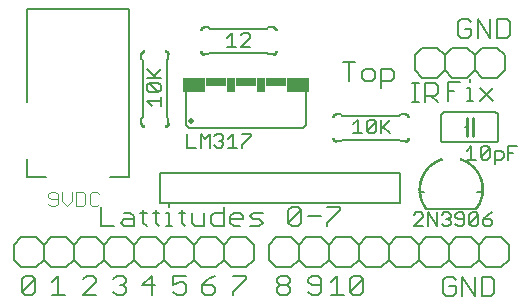
<source format=gto>
G75*
%MOIN*%
%OFA0B0*%
%FSLAX25Y25*%
%IPPOS*%
%LPD*%
%AMOC8*
5,1,8,0,0,1.08239X$1,22.5*
%
%ADD10C,0.00600*%
%ADD11C,0.00500*%
%ADD12C,0.00060*%
%ADD13C,0.01000*%
%ADD14C,0.00800*%
%ADD15C,0.00400*%
%ADD16C,0.02000*%
%ADD17R,0.07500X0.05000*%
%ADD18R,0.07000X0.03000*%
%ADD19R,0.03000X0.05000*%
D10*
X0015324Y0007455D02*
X0016392Y0006387D01*
X0018527Y0006387D01*
X0019595Y0007455D01*
X0019595Y0011725D01*
X0015324Y0007455D01*
X0015324Y0011725D01*
X0016392Y0012793D01*
X0018527Y0012793D01*
X0019595Y0011725D01*
X0020024Y0015587D02*
X0015024Y0015587D01*
X0012524Y0018087D01*
X0012524Y0023087D01*
X0015024Y0025587D01*
X0020024Y0025587D01*
X0022524Y0023087D01*
X0025024Y0025587D01*
X0030024Y0025587D01*
X0032524Y0023087D01*
X0032524Y0018087D01*
X0030024Y0015587D01*
X0025024Y0015587D01*
X0022524Y0018087D01*
X0020024Y0015587D01*
X0022524Y0018087D02*
X0022524Y0023087D01*
X0032524Y0023087D02*
X0035024Y0025587D01*
X0040024Y0025587D01*
X0042524Y0023087D01*
X0045024Y0025587D01*
X0050024Y0025587D01*
X0052524Y0023087D01*
X0055024Y0025587D01*
X0060024Y0025587D01*
X0062524Y0023087D01*
X0062524Y0018087D01*
X0060024Y0015587D01*
X0055024Y0015587D01*
X0052524Y0018087D01*
X0050024Y0015587D01*
X0045024Y0015587D01*
X0042524Y0018087D01*
X0040024Y0015587D01*
X0035024Y0015587D01*
X0032524Y0018087D01*
X0036892Y0012793D02*
X0035824Y0011725D01*
X0036892Y0012793D02*
X0039027Y0012793D01*
X0040095Y0011725D01*
X0040095Y0010658D01*
X0035824Y0006387D01*
X0040095Y0006387D01*
X0045824Y0007455D02*
X0046892Y0006387D01*
X0049027Y0006387D01*
X0050095Y0007455D01*
X0050095Y0008523D01*
X0049027Y0009590D01*
X0047960Y0009590D01*
X0049027Y0009590D02*
X0050095Y0010658D01*
X0050095Y0011725D01*
X0049027Y0012793D01*
X0046892Y0012793D01*
X0045824Y0011725D01*
X0055324Y0009590D02*
X0059595Y0009590D01*
X0058527Y0006387D02*
X0058527Y0012793D01*
X0055324Y0009590D01*
X0065824Y0009590D02*
X0067960Y0010658D01*
X0069027Y0010658D01*
X0070095Y0009590D01*
X0070095Y0007455D01*
X0069027Y0006387D01*
X0066892Y0006387D01*
X0065824Y0007455D01*
X0065824Y0009590D02*
X0065824Y0012793D01*
X0070095Y0012793D01*
X0070024Y0015587D02*
X0065024Y0015587D01*
X0062524Y0018087D01*
X0062524Y0023087D02*
X0065024Y0025587D01*
X0070024Y0025587D01*
X0072524Y0023087D01*
X0075024Y0025587D01*
X0080024Y0025587D01*
X0082524Y0023087D01*
X0085024Y0025587D01*
X0090024Y0025587D01*
X0092524Y0023087D01*
X0092524Y0018087D01*
X0090024Y0015587D01*
X0085024Y0015587D01*
X0082524Y0018087D01*
X0080024Y0015587D01*
X0075024Y0015587D01*
X0072524Y0018087D01*
X0070024Y0015587D01*
X0072524Y0018087D02*
X0072524Y0023087D01*
X0082524Y0023087D02*
X0082524Y0018087D01*
X0079595Y0012793D02*
X0077460Y0011725D01*
X0075324Y0009590D01*
X0078527Y0009590D01*
X0079595Y0008523D01*
X0079595Y0007455D01*
X0078527Y0006387D01*
X0076392Y0006387D01*
X0075324Y0007455D01*
X0075324Y0009590D01*
X0085824Y0007455D02*
X0085824Y0006387D01*
X0085824Y0007455D02*
X0090095Y0011725D01*
X0090095Y0012793D01*
X0085824Y0012793D01*
X0097524Y0018087D02*
X0100024Y0015587D01*
X0105024Y0015587D01*
X0107524Y0018087D01*
X0110024Y0015587D01*
X0115024Y0015587D01*
X0117524Y0018087D01*
X0117524Y0023087D01*
X0115024Y0025587D01*
X0110024Y0025587D01*
X0107524Y0023087D01*
X0107524Y0018087D01*
X0107524Y0023087D02*
X0105024Y0025587D01*
X0100024Y0025587D01*
X0097524Y0023087D01*
X0097524Y0018087D01*
X0101392Y0012793D02*
X0103527Y0012793D01*
X0104595Y0011725D01*
X0104595Y0010658D01*
X0103527Y0009590D01*
X0101392Y0009590D01*
X0100324Y0010658D01*
X0100324Y0011725D01*
X0101392Y0012793D01*
X0101392Y0009590D02*
X0100324Y0008523D01*
X0100324Y0007455D01*
X0101392Y0006387D01*
X0103527Y0006387D01*
X0104595Y0007455D01*
X0104595Y0008523D01*
X0103527Y0009590D01*
X0110824Y0010658D02*
X0111892Y0009590D01*
X0115095Y0009590D01*
X0118324Y0010658D02*
X0120460Y0012793D01*
X0120460Y0006387D01*
X0122595Y0006387D02*
X0118324Y0006387D01*
X0115095Y0007455D02*
X0115095Y0011725D01*
X0114027Y0012793D01*
X0111892Y0012793D01*
X0110824Y0011725D01*
X0110824Y0010658D01*
X0110824Y0007455D02*
X0111892Y0006387D01*
X0114027Y0006387D01*
X0115095Y0007455D01*
X0124770Y0007455D02*
X0125837Y0006387D01*
X0127973Y0006387D01*
X0129040Y0007455D01*
X0129040Y0011725D01*
X0124770Y0007455D01*
X0124770Y0011725D01*
X0125837Y0012793D01*
X0127973Y0012793D01*
X0129040Y0011725D01*
X0130024Y0015587D02*
X0135024Y0015587D01*
X0137524Y0018087D01*
X0140024Y0015587D01*
X0145024Y0015587D01*
X0147524Y0018087D01*
X0147524Y0023087D01*
X0145024Y0025587D01*
X0140024Y0025587D01*
X0137524Y0023087D01*
X0137524Y0018087D01*
X0137524Y0023087D02*
X0135024Y0025587D01*
X0130024Y0025587D01*
X0127524Y0023087D01*
X0127524Y0018087D01*
X0130024Y0015587D01*
X0127524Y0018087D02*
X0125024Y0015587D01*
X0120024Y0015587D01*
X0117524Y0018087D01*
X0117524Y0023087D02*
X0120024Y0025587D01*
X0125024Y0025587D01*
X0127524Y0023087D01*
X0117022Y0029387D02*
X0117022Y0030455D01*
X0121292Y0034725D01*
X0121292Y0035793D01*
X0117022Y0035793D01*
X0114847Y0032590D02*
X0110576Y0032590D01*
X0108401Y0034725D02*
X0108401Y0030455D01*
X0107334Y0029387D01*
X0105198Y0029387D01*
X0104131Y0030455D01*
X0108401Y0034725D01*
X0107334Y0035793D01*
X0105198Y0035793D01*
X0104131Y0034725D01*
X0104131Y0030455D01*
X0095510Y0030455D02*
X0094443Y0029387D01*
X0091240Y0029387D01*
X0092307Y0031523D02*
X0091240Y0032590D01*
X0092307Y0033658D01*
X0095510Y0033658D01*
X0094443Y0031523D02*
X0092307Y0031523D01*
X0089065Y0031523D02*
X0089065Y0032590D01*
X0087997Y0033658D01*
X0085862Y0033658D01*
X0084794Y0032590D01*
X0084794Y0030455D01*
X0085862Y0029387D01*
X0087997Y0029387D01*
X0089065Y0031523D02*
X0084794Y0031523D01*
X0082619Y0033658D02*
X0079416Y0033658D01*
X0078349Y0032590D01*
X0078349Y0030455D01*
X0079416Y0029387D01*
X0082619Y0029387D01*
X0082619Y0035793D01*
X0076174Y0033658D02*
X0076174Y0029387D01*
X0072971Y0029387D01*
X0071903Y0030455D01*
X0071903Y0033658D01*
X0069742Y0033658D02*
X0067606Y0033658D01*
X0068674Y0034725D02*
X0068674Y0030455D01*
X0069742Y0029387D01*
X0065445Y0029387D02*
X0063309Y0029387D01*
X0064377Y0029387D02*
X0064377Y0033658D01*
X0063309Y0033658D01*
X0061148Y0033658D02*
X0059012Y0033658D01*
X0060080Y0034725D02*
X0060080Y0030455D01*
X0061148Y0029387D01*
X0056851Y0029387D02*
X0055783Y0030455D01*
X0055783Y0034725D01*
X0054715Y0033658D02*
X0056851Y0033658D01*
X0052540Y0032590D02*
X0052540Y0029387D01*
X0049337Y0029387D01*
X0048270Y0030455D01*
X0049337Y0031523D01*
X0052540Y0031523D01*
X0052540Y0032590D02*
X0051473Y0033658D01*
X0049337Y0033658D01*
X0046095Y0029387D02*
X0041824Y0029387D01*
X0041824Y0035793D01*
X0042524Y0023087D02*
X0042524Y0018087D01*
X0052524Y0018087D02*
X0052524Y0023087D01*
X0064377Y0035793D02*
X0064377Y0036860D01*
X0094443Y0031523D02*
X0095510Y0030455D01*
X0120024Y0057650D02*
X0121524Y0057650D01*
X0122024Y0058150D01*
X0141024Y0058150D01*
X0141524Y0057650D01*
X0143024Y0057650D01*
X0155024Y0058213D02*
X0155024Y0066213D01*
X0155026Y0066273D01*
X0155031Y0066334D01*
X0155040Y0066393D01*
X0155053Y0066452D01*
X0155069Y0066511D01*
X0155089Y0066568D01*
X0155112Y0066623D01*
X0155139Y0066678D01*
X0155168Y0066730D01*
X0155201Y0066781D01*
X0155237Y0066830D01*
X0155275Y0066876D01*
X0155317Y0066920D01*
X0155361Y0066962D01*
X0155407Y0067000D01*
X0155456Y0067036D01*
X0155507Y0067069D01*
X0155559Y0067098D01*
X0155614Y0067125D01*
X0155669Y0067148D01*
X0155726Y0067168D01*
X0155785Y0067184D01*
X0155844Y0067197D01*
X0155903Y0067206D01*
X0155964Y0067211D01*
X0156024Y0067213D01*
X0173024Y0067213D01*
X0173084Y0067211D01*
X0173145Y0067206D01*
X0173204Y0067197D01*
X0173263Y0067184D01*
X0173322Y0067168D01*
X0173379Y0067148D01*
X0173434Y0067125D01*
X0173489Y0067098D01*
X0173541Y0067069D01*
X0173592Y0067036D01*
X0173641Y0067000D01*
X0173687Y0066962D01*
X0173731Y0066920D01*
X0173773Y0066876D01*
X0173811Y0066830D01*
X0173847Y0066781D01*
X0173880Y0066730D01*
X0173909Y0066678D01*
X0173936Y0066623D01*
X0173959Y0066568D01*
X0173979Y0066511D01*
X0173995Y0066452D01*
X0174008Y0066393D01*
X0174017Y0066334D01*
X0174022Y0066273D01*
X0174024Y0066213D01*
X0174024Y0058213D01*
X0174022Y0058153D01*
X0174017Y0058092D01*
X0174008Y0058033D01*
X0173995Y0057974D01*
X0173979Y0057915D01*
X0173959Y0057858D01*
X0173936Y0057803D01*
X0173909Y0057748D01*
X0173880Y0057696D01*
X0173847Y0057645D01*
X0173811Y0057596D01*
X0173773Y0057550D01*
X0173731Y0057506D01*
X0173687Y0057464D01*
X0173641Y0057426D01*
X0173592Y0057390D01*
X0173541Y0057357D01*
X0173489Y0057328D01*
X0173434Y0057301D01*
X0173379Y0057278D01*
X0173322Y0057258D01*
X0173263Y0057242D01*
X0173204Y0057229D01*
X0173145Y0057220D01*
X0173084Y0057215D01*
X0173024Y0057213D01*
X0156024Y0057213D01*
X0155964Y0057215D01*
X0155903Y0057220D01*
X0155844Y0057229D01*
X0155785Y0057242D01*
X0155726Y0057258D01*
X0155669Y0057278D01*
X0155614Y0057301D01*
X0155559Y0057328D01*
X0155507Y0057357D01*
X0155456Y0057390D01*
X0155407Y0057426D01*
X0155361Y0057464D01*
X0155317Y0057506D01*
X0155275Y0057550D01*
X0155237Y0057596D01*
X0155201Y0057645D01*
X0155168Y0057696D01*
X0155139Y0057748D01*
X0155112Y0057803D01*
X0155089Y0057858D01*
X0155069Y0057915D01*
X0155053Y0057974D01*
X0155040Y0058033D01*
X0155031Y0058092D01*
X0155026Y0058153D01*
X0155024Y0058213D01*
X0163024Y0062213D02*
X0163524Y0062213D01*
X0165524Y0062213D02*
X0166024Y0062213D01*
X0153974Y0070604D02*
X0151839Y0072739D01*
X0152907Y0072739D02*
X0149704Y0072739D01*
X0149704Y0070604D02*
X0149704Y0077009D01*
X0152907Y0077009D01*
X0153974Y0075942D01*
X0153974Y0073807D01*
X0152907Y0072739D01*
X0157218Y0074200D02*
X0159353Y0074200D01*
X0157218Y0070998D02*
X0157218Y0077403D01*
X0161488Y0077403D01*
X0163664Y0075268D02*
X0164731Y0075268D01*
X0164731Y0070998D01*
X0163664Y0070998D02*
X0165799Y0070998D01*
X0167961Y0070998D02*
X0172231Y0075268D01*
X0173749Y0078690D02*
X0168749Y0078690D01*
X0166249Y0081190D01*
X0163749Y0078690D01*
X0158749Y0078690D01*
X0156249Y0081190D01*
X0153749Y0078690D01*
X0148749Y0078690D01*
X0146249Y0081190D01*
X0146249Y0086190D01*
X0148749Y0088690D01*
X0153749Y0088690D01*
X0156249Y0086190D01*
X0158749Y0088690D01*
X0163749Y0088690D01*
X0166249Y0086190D01*
X0168749Y0088690D01*
X0173749Y0088690D01*
X0176249Y0086190D01*
X0176249Y0081190D01*
X0173749Y0078690D01*
X0167961Y0075268D02*
X0172231Y0070998D01*
X0164731Y0077403D02*
X0164731Y0078471D01*
X0166249Y0081190D02*
X0166249Y0086190D01*
X0167207Y0091864D02*
X0167207Y0098269D01*
X0171477Y0091864D01*
X0171477Y0098269D01*
X0173652Y0098269D02*
X0176855Y0098269D01*
X0177923Y0097202D01*
X0177923Y0092931D01*
X0176855Y0091864D01*
X0173652Y0091864D01*
X0173652Y0098269D01*
X0165032Y0097202D02*
X0163964Y0098269D01*
X0161829Y0098269D01*
X0160761Y0097202D01*
X0160761Y0092931D01*
X0161829Y0091864D01*
X0163964Y0091864D01*
X0165032Y0092931D01*
X0165032Y0095067D01*
X0162897Y0095067D01*
X0156249Y0086190D02*
X0156249Y0081190D01*
X0147542Y0077009D02*
X0145407Y0077009D01*
X0146475Y0077009D02*
X0146475Y0070604D01*
X0147542Y0070604D02*
X0145407Y0070604D01*
X0143024Y0066650D02*
X0141524Y0066650D01*
X0141024Y0066150D01*
X0122024Y0066150D01*
X0121524Y0066650D01*
X0120024Y0066650D01*
X0109989Y0062965D02*
X0109989Y0074465D01*
X0124330Y0077517D02*
X0124330Y0083923D01*
X0126465Y0083923D02*
X0122194Y0083923D01*
X0128640Y0080720D02*
X0128640Y0078585D01*
X0129708Y0077517D01*
X0131843Y0077517D01*
X0132910Y0078585D01*
X0132910Y0080720D01*
X0131843Y0081788D01*
X0129708Y0081788D01*
X0128640Y0080720D01*
X0135085Y0081788D02*
X0138288Y0081788D01*
X0139356Y0080720D01*
X0139356Y0078585D01*
X0138288Y0077517D01*
X0135085Y0077517D01*
X0135085Y0075382D02*
X0135085Y0081788D01*
X0109989Y0062965D02*
X0108989Y0061965D01*
X0070989Y0061965D01*
X0069989Y0062965D01*
X0069989Y0074465D01*
X0063568Y0065587D02*
X0063568Y0084587D01*
X0064068Y0085087D01*
X0064068Y0086587D01*
X0055568Y0084587D02*
X0055568Y0065587D01*
X0055068Y0065087D01*
X0055068Y0063587D01*
X0063568Y0065587D02*
X0064068Y0065087D01*
X0064068Y0063587D01*
X0055568Y0084587D02*
X0055068Y0085087D01*
X0055068Y0086587D01*
X0075961Y0086583D02*
X0077461Y0086583D01*
X0077961Y0087083D01*
X0096961Y0087083D01*
X0097461Y0086583D01*
X0098961Y0086583D01*
X0096961Y0095083D02*
X0077961Y0095083D01*
X0077461Y0095583D01*
X0075961Y0095583D01*
X0096961Y0095083D02*
X0097461Y0095583D01*
X0098961Y0095583D01*
X0147820Y0040650D02*
X0149398Y0040650D01*
X0150024Y0035150D02*
X0166520Y0035150D01*
X0167146Y0040650D02*
X0168725Y0040650D01*
X0170024Y0025587D02*
X0167524Y0023087D01*
X0167524Y0018087D01*
X0170024Y0015587D01*
X0175024Y0015587D01*
X0177524Y0018087D01*
X0177524Y0023087D01*
X0175024Y0025587D01*
X0170024Y0025587D01*
X0167524Y0023087D02*
X0165024Y0025587D01*
X0160024Y0025587D01*
X0157524Y0023087D01*
X0157524Y0018087D01*
X0160024Y0015587D01*
X0165024Y0015587D01*
X0167524Y0018087D01*
X0168534Y0012442D02*
X0171737Y0012442D01*
X0172805Y0011375D01*
X0172805Y0007105D01*
X0171737Y0006037D01*
X0168534Y0006037D01*
X0168534Y0012442D01*
X0166359Y0012442D02*
X0166359Y0006037D01*
X0162089Y0012442D01*
X0162089Y0006037D01*
X0159914Y0007105D02*
X0159914Y0009240D01*
X0157778Y0009240D01*
X0155643Y0011375D02*
X0155643Y0007105D01*
X0156711Y0006037D01*
X0158846Y0006037D01*
X0159914Y0007105D01*
X0159914Y0011375D02*
X0158846Y0012442D01*
X0156711Y0012442D01*
X0155643Y0011375D01*
X0155024Y0015587D02*
X0150024Y0015587D01*
X0147524Y0018087D01*
X0147524Y0023087D02*
X0150024Y0025587D01*
X0155024Y0025587D01*
X0157524Y0023087D01*
X0157524Y0018087D02*
X0155024Y0015587D01*
X0029595Y0006387D02*
X0025324Y0006387D01*
X0027460Y0006387D02*
X0027460Y0012793D01*
X0025324Y0010658D01*
D11*
X0061209Y0037150D02*
X0061209Y0047150D01*
X0141209Y0047150D01*
X0141209Y0037150D01*
X0061209Y0037150D01*
X0070239Y0055415D02*
X0073242Y0055415D01*
X0074843Y0055415D02*
X0074843Y0059919D01*
X0076344Y0058418D01*
X0077845Y0059919D01*
X0077845Y0055415D01*
X0079447Y0056166D02*
X0080197Y0055415D01*
X0081699Y0055415D01*
X0082449Y0056166D01*
X0082449Y0056917D01*
X0081699Y0057667D01*
X0080948Y0057667D01*
X0081699Y0057667D02*
X0082449Y0058418D01*
X0082449Y0059169D01*
X0081699Y0059919D01*
X0080197Y0059919D01*
X0079447Y0059169D01*
X0084051Y0058418D02*
X0085552Y0059919D01*
X0085552Y0055415D01*
X0084051Y0055415D02*
X0087053Y0055415D01*
X0088655Y0055415D02*
X0088655Y0056166D01*
X0091657Y0059169D01*
X0091657Y0059919D01*
X0088655Y0059919D01*
X0070239Y0059919D02*
X0070239Y0055415D01*
X0061518Y0069337D02*
X0061518Y0072340D01*
X0061518Y0070839D02*
X0057014Y0070839D01*
X0058515Y0069337D01*
X0057765Y0073941D02*
X0057014Y0074692D01*
X0057014Y0076193D01*
X0057765Y0076944D01*
X0060767Y0073941D01*
X0061518Y0074692D01*
X0061518Y0076193D01*
X0060767Y0076944D01*
X0057765Y0076944D01*
X0057014Y0078545D02*
X0061518Y0078545D01*
X0060016Y0078545D02*
X0057014Y0081548D01*
X0059266Y0079296D02*
X0061518Y0081548D01*
X0060767Y0073941D02*
X0057765Y0073941D01*
X0083711Y0089133D02*
X0086714Y0089133D01*
X0085213Y0089133D02*
X0085213Y0093637D01*
X0083711Y0092136D01*
X0088315Y0092887D02*
X0089066Y0093637D01*
X0090567Y0093637D01*
X0091318Y0092887D01*
X0091318Y0092136D01*
X0088315Y0089133D01*
X0091318Y0089133D01*
X0125774Y0063203D02*
X0127276Y0064704D01*
X0127276Y0060200D01*
X0128777Y0060200D02*
X0125774Y0060200D01*
X0130378Y0060951D02*
X0130378Y0063954D01*
X0131129Y0064704D01*
X0132630Y0064704D01*
X0133381Y0063954D01*
X0130378Y0060951D01*
X0131129Y0060200D01*
X0132630Y0060200D01*
X0133381Y0060951D01*
X0133381Y0063954D01*
X0134982Y0064704D02*
X0134982Y0060200D01*
X0134982Y0061702D02*
X0137985Y0064704D01*
X0135733Y0062452D02*
X0137985Y0060200D01*
X0163648Y0054466D02*
X0165150Y0055967D01*
X0165150Y0051463D01*
X0166651Y0051463D02*
X0163648Y0051463D01*
X0168252Y0052214D02*
X0171255Y0055217D01*
X0171255Y0052214D01*
X0170504Y0051463D01*
X0169003Y0051463D01*
X0168252Y0052214D01*
X0168252Y0055217D01*
X0169003Y0055967D01*
X0170504Y0055967D01*
X0171255Y0055217D01*
X0172856Y0054466D02*
X0175108Y0054466D01*
X0175859Y0053715D01*
X0175859Y0052214D01*
X0175108Y0051463D01*
X0172856Y0051463D01*
X0172856Y0049962D02*
X0172856Y0054466D01*
X0177460Y0053715D02*
X0178961Y0053715D01*
X0177460Y0051463D02*
X0177460Y0055967D01*
X0180463Y0055967D01*
X0172045Y0033904D02*
X0170543Y0033154D01*
X0169042Y0031652D01*
X0171294Y0031652D01*
X0172045Y0030902D01*
X0172045Y0030151D01*
X0171294Y0029400D01*
X0169793Y0029400D01*
X0169042Y0030151D01*
X0169042Y0031652D01*
X0167441Y0030151D02*
X0167441Y0033154D01*
X0164438Y0030151D01*
X0165189Y0029400D01*
X0166690Y0029400D01*
X0167441Y0030151D01*
X0164438Y0030151D02*
X0164438Y0033154D01*
X0165189Y0033904D01*
X0166690Y0033904D01*
X0167441Y0033154D01*
X0162837Y0033154D02*
X0162837Y0030151D01*
X0162086Y0029400D01*
X0160585Y0029400D01*
X0159834Y0030151D01*
X0158233Y0030151D02*
X0158233Y0030902D01*
X0157482Y0031652D01*
X0156732Y0031652D01*
X0157482Y0031652D02*
X0158233Y0032403D01*
X0158233Y0033154D01*
X0157482Y0033904D01*
X0155981Y0033904D01*
X0155230Y0033154D01*
X0153629Y0033904D02*
X0153629Y0029400D01*
X0150626Y0033904D01*
X0150626Y0029400D01*
X0149025Y0029400D02*
X0146022Y0029400D01*
X0149025Y0032403D01*
X0149025Y0033154D01*
X0148274Y0033904D01*
X0146773Y0033904D01*
X0146022Y0033154D01*
X0155230Y0030151D02*
X0155981Y0029400D01*
X0157482Y0029400D01*
X0158233Y0030151D01*
X0159834Y0032403D02*
X0160585Y0031652D01*
X0162837Y0031652D01*
X0162837Y0033154D02*
X0162086Y0033904D01*
X0160585Y0033904D01*
X0159834Y0033154D01*
X0159834Y0032403D01*
D12*
X0166750Y0035007D02*
X0166326Y0035341D01*
X0166327Y0035341D02*
X0166479Y0035540D01*
X0166626Y0035742D01*
X0166768Y0035948D01*
X0166905Y0036158D01*
X0167037Y0036371D01*
X0167163Y0036587D01*
X0167284Y0036806D01*
X0167400Y0037028D01*
X0167511Y0037252D01*
X0167615Y0037480D01*
X0167715Y0037709D01*
X0167808Y0037942D01*
X0167896Y0038176D01*
X0167978Y0038412D01*
X0168054Y0038651D01*
X0168125Y0038891D01*
X0168190Y0039133D01*
X0168248Y0039376D01*
X0168301Y0039621D01*
X0168347Y0039867D01*
X0168388Y0040114D01*
X0168423Y0040362D01*
X0168451Y0040611D01*
X0168473Y0040860D01*
X0168490Y0041110D01*
X0168500Y0041360D01*
X0168504Y0041610D01*
X0168502Y0041861D01*
X0168494Y0042111D01*
X0168479Y0042361D01*
X0168459Y0042610D01*
X0168432Y0042859D01*
X0168400Y0043107D01*
X0168361Y0043355D01*
X0168316Y0043601D01*
X0168266Y0043846D01*
X0168209Y0044090D01*
X0168146Y0044332D01*
X0168078Y0044573D01*
X0168003Y0044812D01*
X0167923Y0045049D01*
X0167837Y0045284D01*
X0167745Y0045517D01*
X0167648Y0045748D01*
X0167544Y0045976D01*
X0167436Y0046201D01*
X0167322Y0046424D01*
X0167202Y0046644D01*
X0167077Y0046861D01*
X0166947Y0047075D01*
X0166812Y0047285D01*
X0166671Y0047493D01*
X0166526Y0047696D01*
X0166376Y0047896D01*
X0166220Y0048093D01*
X0166060Y0048285D01*
X0165896Y0048474D01*
X0165726Y0048658D01*
X0165553Y0048839D01*
X0165375Y0049014D01*
X0165192Y0049186D01*
X0165006Y0049353D01*
X0164815Y0049515D01*
X0164621Y0049673D01*
X0164423Y0049826D01*
X0164221Y0049974D01*
X0164015Y0050117D01*
X0163806Y0050255D01*
X0163594Y0050388D01*
X0163379Y0050515D01*
X0163160Y0050638D01*
X0162939Y0050754D01*
X0162715Y0050866D01*
X0162488Y0050972D01*
X0162259Y0051072D01*
X0162027Y0051167D01*
X0161793Y0051256D01*
X0161557Y0051339D01*
X0161319Y0051416D01*
X0161477Y0051932D01*
X0161478Y0051932D01*
X0161729Y0051851D01*
X0161977Y0051763D01*
X0162224Y0051670D01*
X0162468Y0051570D01*
X0162709Y0051464D01*
X0162948Y0051353D01*
X0163184Y0051236D01*
X0163417Y0051113D01*
X0163647Y0050984D01*
X0163874Y0050850D01*
X0164097Y0050710D01*
X0164317Y0050565D01*
X0164534Y0050414D01*
X0164746Y0050258D01*
X0164955Y0050097D01*
X0165160Y0049931D01*
X0165360Y0049760D01*
X0165557Y0049584D01*
X0165749Y0049404D01*
X0165936Y0049219D01*
X0166119Y0049029D01*
X0166297Y0048835D01*
X0166471Y0048636D01*
X0166639Y0048433D01*
X0166803Y0048227D01*
X0166961Y0048016D01*
X0167114Y0047801D01*
X0167262Y0047583D01*
X0167405Y0047362D01*
X0167542Y0047136D01*
X0167673Y0046908D01*
X0167799Y0046676D01*
X0167919Y0046442D01*
X0168034Y0046204D01*
X0168142Y0045964D01*
X0168245Y0045721D01*
X0168341Y0045476D01*
X0168432Y0045228D01*
X0168517Y0044979D01*
X0168595Y0044727D01*
X0168667Y0044474D01*
X0168733Y0044218D01*
X0168793Y0043962D01*
X0168846Y0043704D01*
X0168893Y0043444D01*
X0168934Y0043184D01*
X0168969Y0042923D01*
X0168996Y0042660D01*
X0169018Y0042398D01*
X0169033Y0042135D01*
X0169042Y0041871D01*
X0169044Y0041608D01*
X0169040Y0041344D01*
X0169029Y0041081D01*
X0169012Y0040818D01*
X0168988Y0040555D01*
X0168958Y0040293D01*
X0168922Y0040032D01*
X0168879Y0039772D01*
X0168830Y0039513D01*
X0168774Y0039255D01*
X0168713Y0038999D01*
X0168645Y0038745D01*
X0168570Y0038492D01*
X0168490Y0038241D01*
X0168404Y0037992D01*
X0168311Y0037745D01*
X0168212Y0037500D01*
X0168108Y0037258D01*
X0167998Y0037019D01*
X0167881Y0036782D01*
X0167759Y0036549D01*
X0167632Y0036318D01*
X0167498Y0036091D01*
X0167360Y0035867D01*
X0167215Y0035646D01*
X0167066Y0035429D01*
X0166911Y0035216D01*
X0166751Y0035006D01*
X0166707Y0035041D01*
X0166866Y0035249D01*
X0167020Y0035462D01*
X0167169Y0035677D01*
X0167312Y0035897D01*
X0167450Y0036120D01*
X0167583Y0036346D01*
X0167710Y0036575D01*
X0167831Y0036808D01*
X0167947Y0037043D01*
X0168057Y0037281D01*
X0168161Y0037522D01*
X0168259Y0037765D01*
X0168351Y0038011D01*
X0168437Y0038258D01*
X0168517Y0038508D01*
X0168591Y0038760D01*
X0168658Y0039013D01*
X0168720Y0039268D01*
X0168775Y0039524D01*
X0168824Y0039782D01*
X0168866Y0040041D01*
X0168903Y0040300D01*
X0168932Y0040561D01*
X0168956Y0040822D01*
X0168973Y0041084D01*
X0168984Y0041346D01*
X0168988Y0041608D01*
X0168986Y0041870D01*
X0168977Y0042132D01*
X0168962Y0042394D01*
X0168941Y0042655D01*
X0168913Y0042916D01*
X0168879Y0043176D01*
X0168838Y0043435D01*
X0168791Y0043693D01*
X0168738Y0043950D01*
X0168679Y0044205D01*
X0168613Y0044459D01*
X0168541Y0044711D01*
X0168463Y0044962D01*
X0168379Y0045210D01*
X0168289Y0045456D01*
X0168193Y0045700D01*
X0168091Y0045942D01*
X0167983Y0046181D01*
X0167869Y0046417D01*
X0167750Y0046650D01*
X0167624Y0046881D01*
X0167494Y0047108D01*
X0167357Y0047332D01*
X0167216Y0047552D01*
X0167068Y0047769D01*
X0166916Y0047983D01*
X0166759Y0048192D01*
X0166596Y0048398D01*
X0166428Y0048600D01*
X0166256Y0048797D01*
X0166078Y0048990D01*
X0165896Y0049179D01*
X0165710Y0049363D01*
X0165519Y0049543D01*
X0165324Y0049718D01*
X0165124Y0049888D01*
X0164920Y0050053D01*
X0164713Y0050213D01*
X0164501Y0050368D01*
X0164286Y0050518D01*
X0164067Y0050663D01*
X0163845Y0050802D01*
X0163619Y0050935D01*
X0163391Y0051063D01*
X0163159Y0051186D01*
X0162924Y0051302D01*
X0162686Y0051413D01*
X0162446Y0051518D01*
X0162203Y0051617D01*
X0161958Y0051711D01*
X0161711Y0051798D01*
X0161461Y0051879D01*
X0161445Y0051825D01*
X0161693Y0051745D01*
X0161939Y0051658D01*
X0162183Y0051565D01*
X0162424Y0051467D01*
X0162663Y0051362D01*
X0162900Y0051252D01*
X0163133Y0051136D01*
X0163364Y0051014D01*
X0163592Y0050887D01*
X0163816Y0050754D01*
X0164037Y0050615D01*
X0164255Y0050472D01*
X0164469Y0050323D01*
X0164679Y0050169D01*
X0164886Y0050009D01*
X0165088Y0049845D01*
X0165287Y0049676D01*
X0165481Y0049502D01*
X0165671Y0049323D01*
X0165857Y0049140D01*
X0166038Y0048952D01*
X0166214Y0048760D01*
X0166386Y0048563D01*
X0166552Y0048363D01*
X0166714Y0048158D01*
X0166871Y0047950D01*
X0167023Y0047737D01*
X0167169Y0047521D01*
X0167310Y0047302D01*
X0167445Y0047079D01*
X0167576Y0046853D01*
X0167700Y0046624D01*
X0167819Y0046392D01*
X0167932Y0046157D01*
X0168040Y0045919D01*
X0168141Y0045679D01*
X0168237Y0045436D01*
X0168326Y0045191D01*
X0168410Y0044944D01*
X0168488Y0044695D01*
X0168559Y0044444D01*
X0168624Y0044192D01*
X0168684Y0043938D01*
X0168736Y0043682D01*
X0168783Y0043426D01*
X0168823Y0043168D01*
X0168857Y0042909D01*
X0168885Y0042650D01*
X0168906Y0042390D01*
X0168921Y0042130D01*
X0168930Y0041869D01*
X0168932Y0041608D01*
X0168928Y0041347D01*
X0168917Y0041087D01*
X0168900Y0040826D01*
X0168877Y0040567D01*
X0168847Y0040307D01*
X0168811Y0040049D01*
X0168769Y0039792D01*
X0168720Y0039536D01*
X0168665Y0039281D01*
X0168604Y0039027D01*
X0168537Y0038775D01*
X0168463Y0038525D01*
X0168384Y0038276D01*
X0168298Y0038030D01*
X0168207Y0037786D01*
X0168109Y0037544D01*
X0168006Y0037304D01*
X0167897Y0037067D01*
X0167781Y0036833D01*
X0167661Y0036602D01*
X0167534Y0036374D01*
X0167403Y0036149D01*
X0167265Y0035927D01*
X0167122Y0035709D01*
X0166974Y0035494D01*
X0166821Y0035283D01*
X0166663Y0035076D01*
X0166619Y0035110D01*
X0166776Y0035317D01*
X0166929Y0035527D01*
X0167076Y0035740D01*
X0167218Y0035957D01*
X0167355Y0036178D01*
X0167486Y0036402D01*
X0167612Y0036629D01*
X0167732Y0036859D01*
X0167846Y0037092D01*
X0167955Y0037327D01*
X0168058Y0037565D01*
X0168155Y0037806D01*
X0168246Y0038049D01*
X0168331Y0038294D01*
X0168410Y0038541D01*
X0168483Y0038790D01*
X0168550Y0039041D01*
X0168611Y0039293D01*
X0168665Y0039547D01*
X0168714Y0039802D01*
X0168756Y0040058D01*
X0168792Y0040315D01*
X0168821Y0040572D01*
X0168844Y0040831D01*
X0168861Y0041090D01*
X0168872Y0041349D01*
X0168876Y0041608D01*
X0168874Y0041868D01*
X0168865Y0042127D01*
X0168850Y0042386D01*
X0168829Y0042645D01*
X0168802Y0042903D01*
X0168768Y0043160D01*
X0168728Y0043416D01*
X0168681Y0043672D01*
X0168629Y0043926D01*
X0168570Y0044178D01*
X0168505Y0044430D01*
X0168434Y0044679D01*
X0168357Y0044927D01*
X0168274Y0045173D01*
X0168184Y0045416D01*
X0168089Y0045658D01*
X0167988Y0045897D01*
X0167881Y0046133D01*
X0167769Y0046367D01*
X0167651Y0046598D01*
X0167527Y0046826D01*
X0167397Y0047051D01*
X0167262Y0047272D01*
X0167122Y0047491D01*
X0166977Y0047705D01*
X0166826Y0047917D01*
X0166670Y0048124D01*
X0166509Y0048327D01*
X0166343Y0048527D01*
X0166172Y0048722D01*
X0165997Y0048913D01*
X0165817Y0049100D01*
X0165632Y0049283D01*
X0165443Y0049460D01*
X0165250Y0049634D01*
X0165053Y0049802D01*
X0164851Y0049965D01*
X0164646Y0050124D01*
X0164436Y0050277D01*
X0164223Y0050425D01*
X0164007Y0050568D01*
X0163787Y0050706D01*
X0163564Y0050838D01*
X0163337Y0050965D01*
X0163108Y0051086D01*
X0162875Y0051201D01*
X0162640Y0051311D01*
X0162403Y0051415D01*
X0162162Y0051513D01*
X0161920Y0051605D01*
X0161675Y0051692D01*
X0161428Y0051772D01*
X0161412Y0051718D01*
X0161657Y0051639D01*
X0161901Y0051553D01*
X0162142Y0051461D01*
X0162381Y0051363D01*
X0162617Y0051260D01*
X0162851Y0051151D01*
X0163082Y0051036D01*
X0163311Y0050916D01*
X0163536Y0050790D01*
X0163758Y0050658D01*
X0163977Y0050521D01*
X0164192Y0050379D01*
X0164404Y0050232D01*
X0164612Y0050079D01*
X0164816Y0049921D01*
X0165017Y0049759D01*
X0165213Y0049591D01*
X0165406Y0049419D01*
X0165594Y0049242D01*
X0165777Y0049061D01*
X0165956Y0048875D01*
X0166131Y0048685D01*
X0166301Y0048491D01*
X0166466Y0048292D01*
X0166626Y0048090D01*
X0166781Y0047883D01*
X0166931Y0047673D01*
X0167075Y0047460D01*
X0167215Y0047243D01*
X0167349Y0047022D01*
X0167478Y0046798D01*
X0167601Y0046572D01*
X0167719Y0046342D01*
X0167831Y0046109D01*
X0167937Y0045874D01*
X0168037Y0045637D01*
X0168132Y0045396D01*
X0168221Y0045154D01*
X0168304Y0044910D01*
X0168380Y0044663D01*
X0168451Y0044415D01*
X0168516Y0044165D01*
X0168574Y0043914D01*
X0168626Y0043661D01*
X0168673Y0043407D01*
X0168712Y0043152D01*
X0168746Y0042896D01*
X0168773Y0042640D01*
X0168795Y0042382D01*
X0168809Y0042125D01*
X0168818Y0041867D01*
X0168820Y0041609D01*
X0168816Y0041351D01*
X0168805Y0041093D01*
X0168788Y0040835D01*
X0168765Y0040578D01*
X0168736Y0040322D01*
X0168700Y0040066D01*
X0168659Y0039811D01*
X0168610Y0039558D01*
X0168556Y0039306D01*
X0168496Y0039055D01*
X0168429Y0038805D01*
X0168356Y0038558D01*
X0168278Y0038312D01*
X0168193Y0038068D01*
X0168102Y0037826D01*
X0168006Y0037587D01*
X0167904Y0037350D01*
X0167796Y0037116D01*
X0167682Y0036884D01*
X0167562Y0036655D01*
X0167437Y0036430D01*
X0167307Y0036207D01*
X0167171Y0035988D01*
X0167030Y0035771D01*
X0166883Y0035559D01*
X0166732Y0035350D01*
X0166575Y0035145D01*
X0166531Y0035180D01*
X0166687Y0035384D01*
X0166838Y0035591D01*
X0166983Y0035803D01*
X0167124Y0036018D01*
X0167259Y0036236D01*
X0167389Y0036457D01*
X0167513Y0036682D01*
X0167632Y0036910D01*
X0167745Y0037140D01*
X0167853Y0037373D01*
X0167954Y0037609D01*
X0168050Y0037847D01*
X0168140Y0038087D01*
X0168225Y0038330D01*
X0168303Y0038574D01*
X0168375Y0038821D01*
X0168441Y0039069D01*
X0168502Y0039318D01*
X0168556Y0039569D01*
X0168603Y0039821D01*
X0168645Y0040075D01*
X0168680Y0040329D01*
X0168710Y0040584D01*
X0168733Y0040840D01*
X0168749Y0041096D01*
X0168760Y0041352D01*
X0168764Y0041609D01*
X0168762Y0041866D01*
X0168753Y0042122D01*
X0168739Y0042378D01*
X0168718Y0042634D01*
X0168690Y0042890D01*
X0168657Y0043144D01*
X0168617Y0043398D01*
X0168572Y0043650D01*
X0168519Y0043902D01*
X0168461Y0044152D01*
X0168397Y0044400D01*
X0168327Y0044647D01*
X0168250Y0044892D01*
X0168168Y0045135D01*
X0168080Y0045376D01*
X0167986Y0045615D01*
X0167886Y0045852D01*
X0167780Y0046086D01*
X0167669Y0046317D01*
X0167552Y0046546D01*
X0167429Y0046771D01*
X0167301Y0046994D01*
X0167168Y0047213D01*
X0167029Y0047429D01*
X0166885Y0047641D01*
X0166736Y0047850D01*
X0166581Y0048055D01*
X0166422Y0048257D01*
X0166258Y0048454D01*
X0166089Y0048648D01*
X0165915Y0048837D01*
X0165737Y0049021D01*
X0165555Y0049202D01*
X0165368Y0049378D01*
X0165177Y0049549D01*
X0164981Y0049716D01*
X0164782Y0049877D01*
X0164579Y0050034D01*
X0164371Y0050186D01*
X0164161Y0050333D01*
X0163947Y0050474D01*
X0163729Y0050610D01*
X0163508Y0050741D01*
X0163284Y0050866D01*
X0163057Y0050986D01*
X0162827Y0051100D01*
X0162594Y0051209D01*
X0162359Y0051312D01*
X0162122Y0051409D01*
X0161882Y0051500D01*
X0161640Y0051585D01*
X0161395Y0051665D01*
X0161379Y0051611D01*
X0161622Y0051532D01*
X0161863Y0051447D01*
X0162101Y0051357D01*
X0162338Y0051260D01*
X0162572Y0051158D01*
X0162803Y0051050D01*
X0163032Y0050936D01*
X0163257Y0050817D01*
X0163480Y0050692D01*
X0163700Y0050562D01*
X0163916Y0050427D01*
X0164129Y0050286D01*
X0164339Y0050140D01*
X0164545Y0049989D01*
X0164747Y0049833D01*
X0164945Y0049673D01*
X0165140Y0049507D01*
X0165330Y0049336D01*
X0165516Y0049162D01*
X0165698Y0048982D01*
X0165875Y0048798D01*
X0166047Y0048610D01*
X0166215Y0048418D01*
X0166379Y0048221D01*
X0166537Y0048021D01*
X0166690Y0047817D01*
X0166839Y0047609D01*
X0166982Y0047398D01*
X0167120Y0047183D01*
X0167253Y0046965D01*
X0167380Y0046744D01*
X0167502Y0046519D01*
X0167618Y0046292D01*
X0167729Y0046062D01*
X0167834Y0045829D01*
X0167934Y0045594D01*
X0168027Y0045357D01*
X0168115Y0045117D01*
X0168197Y0044875D01*
X0168273Y0044631D01*
X0168343Y0044386D01*
X0168407Y0044138D01*
X0168465Y0043890D01*
X0168517Y0043640D01*
X0168562Y0043388D01*
X0168602Y0043136D01*
X0168635Y0042883D01*
X0168662Y0042629D01*
X0168683Y0042375D01*
X0168697Y0042120D01*
X0168706Y0041865D01*
X0168708Y0041609D01*
X0168704Y0041354D01*
X0168693Y0041099D01*
X0168677Y0040844D01*
X0168654Y0040590D01*
X0168625Y0040336D01*
X0168590Y0040083D01*
X0168548Y0039831D01*
X0168501Y0039580D01*
X0168447Y0039331D01*
X0168387Y0039082D01*
X0168321Y0038836D01*
X0168249Y0038591D01*
X0168172Y0038348D01*
X0168088Y0038106D01*
X0167998Y0037867D01*
X0167903Y0037630D01*
X0167801Y0037396D01*
X0167694Y0037164D01*
X0167582Y0036935D01*
X0167464Y0036709D01*
X0167340Y0036485D01*
X0167211Y0036265D01*
X0167077Y0036048D01*
X0166937Y0035834D01*
X0166792Y0035624D01*
X0166642Y0035417D01*
X0166487Y0035214D01*
X0166443Y0035249D01*
X0166597Y0035451D01*
X0166746Y0035656D01*
X0166890Y0035866D01*
X0167029Y0036078D01*
X0167163Y0036294D01*
X0167291Y0036513D01*
X0167414Y0036735D01*
X0167532Y0036960D01*
X0167644Y0037188D01*
X0167750Y0037419D01*
X0167851Y0037652D01*
X0167946Y0037888D01*
X0168035Y0038125D01*
X0168118Y0038365D01*
X0168196Y0038607D01*
X0168267Y0038851D01*
X0168333Y0039096D01*
X0168392Y0039343D01*
X0168446Y0039591D01*
X0168493Y0039841D01*
X0168534Y0040092D01*
X0168569Y0040343D01*
X0168598Y0040595D01*
X0168621Y0040848D01*
X0168638Y0041102D01*
X0168648Y0041356D01*
X0168652Y0041609D01*
X0168650Y0041863D01*
X0168641Y0042117D01*
X0168627Y0042371D01*
X0168606Y0042624D01*
X0168579Y0042876D01*
X0168546Y0043128D01*
X0168507Y0043379D01*
X0168462Y0043629D01*
X0168410Y0043878D01*
X0168353Y0044125D01*
X0168289Y0044371D01*
X0168219Y0044615D01*
X0168144Y0044858D01*
X0168062Y0045098D01*
X0167975Y0045337D01*
X0167882Y0045573D01*
X0167783Y0045807D01*
X0167679Y0046038D01*
X0167568Y0046267D01*
X0167453Y0046493D01*
X0167331Y0046716D01*
X0167205Y0046936D01*
X0167073Y0047153D01*
X0166935Y0047367D01*
X0166793Y0047577D01*
X0166645Y0047784D01*
X0166493Y0047987D01*
X0166335Y0048186D01*
X0166173Y0048381D01*
X0166006Y0048573D01*
X0165834Y0048760D01*
X0165658Y0048943D01*
X0165477Y0049121D01*
X0165292Y0049295D01*
X0165103Y0049465D01*
X0164910Y0049629D01*
X0164712Y0049789D01*
X0164511Y0049944D01*
X0164307Y0050095D01*
X0164098Y0050240D01*
X0163886Y0050380D01*
X0163671Y0050514D01*
X0163452Y0050644D01*
X0163231Y0050768D01*
X0163006Y0050886D01*
X0162779Y0050999D01*
X0162549Y0051107D01*
X0162316Y0051209D01*
X0162081Y0051305D01*
X0161843Y0051395D01*
X0161604Y0051479D01*
X0161362Y0051558D01*
X0161346Y0051504D01*
X0161586Y0051426D01*
X0161824Y0051342D01*
X0162060Y0051252D01*
X0162294Y0051157D01*
X0162526Y0051056D01*
X0162755Y0050949D01*
X0162981Y0050836D01*
X0163204Y0050719D01*
X0163425Y0050595D01*
X0163642Y0050466D01*
X0163856Y0050332D01*
X0164067Y0050193D01*
X0164274Y0050049D01*
X0164478Y0049900D01*
X0164678Y0049745D01*
X0164874Y0049586D01*
X0165066Y0049422D01*
X0165254Y0049254D01*
X0165438Y0049081D01*
X0165618Y0048903D01*
X0165793Y0048721D01*
X0165964Y0048535D01*
X0166130Y0048345D01*
X0166292Y0048151D01*
X0166448Y0047953D01*
X0166600Y0047751D01*
X0166747Y0047545D01*
X0166889Y0047336D01*
X0167025Y0047124D01*
X0167156Y0046908D01*
X0167282Y0046689D01*
X0167403Y0046467D01*
X0167518Y0046242D01*
X0167628Y0046015D01*
X0167732Y0045784D01*
X0167830Y0045552D01*
X0167923Y0045317D01*
X0168010Y0045080D01*
X0168091Y0044840D01*
X0168166Y0044599D01*
X0168235Y0044356D01*
X0168298Y0044112D01*
X0168355Y0043866D01*
X0168407Y0043618D01*
X0168452Y0043370D01*
X0168491Y0043120D01*
X0168524Y0042870D01*
X0168550Y0042619D01*
X0168571Y0042367D01*
X0168586Y0042115D01*
X0168594Y0041862D01*
X0168596Y0041610D01*
X0168592Y0041357D01*
X0168582Y0041105D01*
X0168565Y0040853D01*
X0168543Y0040601D01*
X0168514Y0040350D01*
X0168479Y0040100D01*
X0168438Y0039851D01*
X0168391Y0039603D01*
X0168338Y0039356D01*
X0168279Y0039110D01*
X0168214Y0038866D01*
X0168142Y0038624D01*
X0168065Y0038383D01*
X0167983Y0038145D01*
X0167894Y0037908D01*
X0167799Y0037674D01*
X0167699Y0037442D01*
X0167593Y0037213D01*
X0167482Y0036986D01*
X0167365Y0036762D01*
X0167243Y0036541D01*
X0167115Y0036323D01*
X0166982Y0036108D01*
X0166844Y0035897D01*
X0166701Y0035689D01*
X0166552Y0035484D01*
X0166399Y0035284D01*
X0166355Y0035318D01*
X0166507Y0035518D01*
X0166655Y0035721D01*
X0166798Y0035928D01*
X0166935Y0036138D01*
X0167067Y0036352D01*
X0167194Y0036569D01*
X0167316Y0036789D01*
X0167432Y0037011D01*
X0167543Y0037237D01*
X0167648Y0037465D01*
X0167748Y0037695D01*
X0167842Y0037928D01*
X0167930Y0038164D01*
X0168012Y0038401D01*
X0168089Y0038640D01*
X0168160Y0038881D01*
X0168224Y0039124D01*
X0168283Y0039368D01*
X0168336Y0039614D01*
X0168383Y0039861D01*
X0168424Y0040109D01*
X0168458Y0040357D01*
X0168487Y0040607D01*
X0168509Y0040857D01*
X0168526Y0041108D01*
X0168536Y0041359D01*
X0168540Y0041610D01*
X0168538Y0041861D01*
X0168530Y0042112D01*
X0168515Y0042363D01*
X0168495Y0042613D01*
X0168468Y0042863D01*
X0168435Y0043112D01*
X0168396Y0043361D01*
X0168352Y0043608D01*
X0168301Y0043854D01*
X0168244Y0044098D01*
X0168181Y0044342D01*
X0168112Y0044583D01*
X0168037Y0044823D01*
X0167957Y0045061D01*
X0167870Y0045297D01*
X0167778Y0045531D01*
X0167680Y0045762D01*
X0167577Y0045991D01*
X0167468Y0046217D01*
X0167354Y0046441D01*
X0167234Y0046662D01*
X0167108Y0046879D01*
X0166978Y0047094D01*
X0166842Y0047305D01*
X0166701Y0047513D01*
X0166555Y0047718D01*
X0166404Y0047918D01*
X0166248Y0048116D01*
X0166088Y0048309D01*
X0165922Y0048498D01*
X0165753Y0048683D01*
X0165578Y0048864D01*
X0165399Y0049040D01*
X0165217Y0049213D01*
X0165029Y0049380D01*
X0164838Y0049543D01*
X0164643Y0049701D01*
X0164444Y0049855D01*
X0164242Y0050003D01*
X0164035Y0050147D01*
X0163826Y0050285D01*
X0163613Y0050419D01*
X0163397Y0050547D01*
X0163177Y0050669D01*
X0162955Y0050787D01*
X0162730Y0050898D01*
X0162503Y0051005D01*
X0162273Y0051105D01*
X0162040Y0051200D01*
X0161805Y0051290D01*
X0161568Y0051373D01*
X0161329Y0051451D01*
X0155069Y0051932D02*
X0155228Y0051416D01*
X0155227Y0051416D02*
X0154989Y0051339D01*
X0154753Y0051256D01*
X0154519Y0051167D01*
X0154287Y0051072D01*
X0154058Y0050972D01*
X0153831Y0050866D01*
X0153607Y0050754D01*
X0153386Y0050638D01*
X0153167Y0050515D01*
X0152952Y0050388D01*
X0152740Y0050255D01*
X0152531Y0050117D01*
X0152325Y0049974D01*
X0152123Y0049826D01*
X0151925Y0049673D01*
X0151731Y0049516D01*
X0151540Y0049353D01*
X0151354Y0049186D01*
X0151172Y0049015D01*
X0150993Y0048839D01*
X0150820Y0048658D01*
X0150651Y0048474D01*
X0150486Y0048285D01*
X0150326Y0048093D01*
X0150171Y0047897D01*
X0150020Y0047696D01*
X0149875Y0047493D01*
X0149734Y0047286D01*
X0149599Y0047075D01*
X0149469Y0046861D01*
X0149344Y0046644D01*
X0149224Y0046424D01*
X0149110Y0046201D01*
X0149002Y0045976D01*
X0148899Y0045748D01*
X0148801Y0045517D01*
X0148709Y0045284D01*
X0148623Y0045049D01*
X0148543Y0044812D01*
X0148468Y0044573D01*
X0148400Y0044332D01*
X0148337Y0044090D01*
X0148281Y0043846D01*
X0148230Y0043601D01*
X0148185Y0043355D01*
X0148146Y0043107D01*
X0148114Y0042859D01*
X0148087Y0042610D01*
X0148067Y0042361D01*
X0148052Y0042111D01*
X0148044Y0041861D01*
X0148042Y0041610D01*
X0148046Y0041360D01*
X0148056Y0041110D01*
X0148073Y0040860D01*
X0148095Y0040611D01*
X0148123Y0040362D01*
X0148158Y0040114D01*
X0148199Y0039867D01*
X0148245Y0039621D01*
X0148298Y0039376D01*
X0148356Y0039133D01*
X0148421Y0038891D01*
X0148491Y0038651D01*
X0148568Y0038413D01*
X0148650Y0038176D01*
X0148738Y0037942D01*
X0148831Y0037710D01*
X0148931Y0037480D01*
X0149035Y0037252D01*
X0149146Y0037028D01*
X0149262Y0036806D01*
X0149383Y0036587D01*
X0149509Y0036371D01*
X0149641Y0036158D01*
X0149778Y0035948D01*
X0149920Y0035742D01*
X0150067Y0035540D01*
X0150219Y0035341D01*
X0149796Y0035007D01*
X0149795Y0035007D01*
X0149635Y0035216D01*
X0149480Y0035429D01*
X0149331Y0035646D01*
X0149186Y0035867D01*
X0149048Y0036091D01*
X0148914Y0036318D01*
X0148787Y0036549D01*
X0148665Y0036783D01*
X0148548Y0037019D01*
X0148438Y0037259D01*
X0148333Y0037501D01*
X0148235Y0037745D01*
X0148142Y0037992D01*
X0148056Y0038241D01*
X0147975Y0038492D01*
X0147901Y0038745D01*
X0147833Y0038999D01*
X0147772Y0039256D01*
X0147716Y0039513D01*
X0147667Y0039772D01*
X0147624Y0040032D01*
X0147588Y0040293D01*
X0147558Y0040555D01*
X0147534Y0040818D01*
X0147517Y0041081D01*
X0147506Y0041344D01*
X0147502Y0041608D01*
X0147504Y0041871D01*
X0147513Y0042135D01*
X0147528Y0042398D01*
X0147550Y0042661D01*
X0147577Y0042923D01*
X0147612Y0043184D01*
X0147653Y0043444D01*
X0147700Y0043704D01*
X0147753Y0043962D01*
X0147813Y0044219D01*
X0147879Y0044474D01*
X0147951Y0044727D01*
X0148029Y0044979D01*
X0148114Y0045229D01*
X0148205Y0045476D01*
X0148301Y0045721D01*
X0148404Y0045964D01*
X0148512Y0046204D01*
X0148627Y0046442D01*
X0148747Y0046676D01*
X0148873Y0046908D01*
X0149004Y0047136D01*
X0149141Y0047362D01*
X0149284Y0047583D01*
X0149432Y0047802D01*
X0149585Y0048016D01*
X0149743Y0048227D01*
X0149907Y0048433D01*
X0150075Y0048636D01*
X0150249Y0048835D01*
X0150427Y0049029D01*
X0150610Y0049219D01*
X0150797Y0049404D01*
X0150989Y0049584D01*
X0151186Y0049760D01*
X0151386Y0049931D01*
X0151591Y0050097D01*
X0151800Y0050258D01*
X0152012Y0050414D01*
X0152229Y0050565D01*
X0152449Y0050710D01*
X0152672Y0050850D01*
X0152899Y0050984D01*
X0153129Y0051113D01*
X0153362Y0051236D01*
X0153598Y0051353D01*
X0153837Y0051464D01*
X0154078Y0051570D01*
X0154322Y0051670D01*
X0154569Y0051763D01*
X0154817Y0051851D01*
X0155068Y0051932D01*
X0155085Y0051879D01*
X0154835Y0051798D01*
X0154588Y0051711D01*
X0154343Y0051618D01*
X0154100Y0051518D01*
X0153860Y0051413D01*
X0153622Y0051302D01*
X0153387Y0051186D01*
X0153156Y0051063D01*
X0152927Y0050935D01*
X0152701Y0050802D01*
X0152479Y0050663D01*
X0152260Y0050518D01*
X0152045Y0050368D01*
X0151833Y0050213D01*
X0151626Y0050053D01*
X0151422Y0049888D01*
X0151222Y0049718D01*
X0151027Y0049543D01*
X0150836Y0049363D01*
X0150650Y0049179D01*
X0150468Y0048990D01*
X0150290Y0048797D01*
X0150118Y0048600D01*
X0149950Y0048398D01*
X0149788Y0048192D01*
X0149630Y0047983D01*
X0149478Y0047770D01*
X0149330Y0047552D01*
X0149189Y0047332D01*
X0149052Y0047108D01*
X0148922Y0046881D01*
X0148796Y0046650D01*
X0148677Y0046417D01*
X0148563Y0046181D01*
X0148455Y0045942D01*
X0148353Y0045700D01*
X0148257Y0045456D01*
X0148167Y0045210D01*
X0148083Y0044962D01*
X0148005Y0044711D01*
X0147933Y0044459D01*
X0147867Y0044205D01*
X0147808Y0043950D01*
X0147755Y0043693D01*
X0147708Y0043435D01*
X0147667Y0043176D01*
X0147633Y0042916D01*
X0147605Y0042655D01*
X0147584Y0042394D01*
X0147569Y0042132D01*
X0147560Y0041870D01*
X0147558Y0041608D01*
X0147562Y0041346D01*
X0147573Y0041084D01*
X0147590Y0040822D01*
X0147613Y0040561D01*
X0147643Y0040301D01*
X0147680Y0040041D01*
X0147722Y0039782D01*
X0147771Y0039525D01*
X0147826Y0039268D01*
X0147888Y0039013D01*
X0147955Y0038760D01*
X0148029Y0038508D01*
X0148109Y0038259D01*
X0148195Y0038011D01*
X0148287Y0037765D01*
X0148385Y0037522D01*
X0148489Y0037282D01*
X0148599Y0037043D01*
X0148715Y0036808D01*
X0148836Y0036576D01*
X0148963Y0036346D01*
X0149095Y0036120D01*
X0149234Y0035897D01*
X0149377Y0035678D01*
X0149526Y0035462D01*
X0149680Y0035250D01*
X0149839Y0035041D01*
X0149883Y0035076D01*
X0149725Y0035283D01*
X0149571Y0035494D01*
X0149423Y0035709D01*
X0149281Y0035927D01*
X0149143Y0036149D01*
X0149011Y0036374D01*
X0148885Y0036602D01*
X0148764Y0036833D01*
X0148649Y0037068D01*
X0148540Y0037304D01*
X0148437Y0037544D01*
X0148339Y0037786D01*
X0148248Y0038030D01*
X0148162Y0038276D01*
X0148082Y0038525D01*
X0148009Y0038775D01*
X0147942Y0039027D01*
X0147881Y0039281D01*
X0147826Y0039536D01*
X0147777Y0039792D01*
X0147735Y0040049D01*
X0147699Y0040308D01*
X0147669Y0040567D01*
X0147646Y0040827D01*
X0147629Y0041087D01*
X0147618Y0041348D01*
X0147614Y0041608D01*
X0147616Y0041869D01*
X0147625Y0042130D01*
X0147640Y0042390D01*
X0147661Y0042650D01*
X0147689Y0042910D01*
X0147723Y0043168D01*
X0147763Y0043426D01*
X0147810Y0043682D01*
X0147862Y0043938D01*
X0147922Y0044192D01*
X0147987Y0044444D01*
X0148058Y0044695D01*
X0148136Y0044944D01*
X0148220Y0045191D01*
X0148309Y0045436D01*
X0148405Y0045679D01*
X0148506Y0045919D01*
X0148614Y0046157D01*
X0148727Y0046392D01*
X0148846Y0046624D01*
X0148970Y0046853D01*
X0149101Y0047079D01*
X0149236Y0047302D01*
X0149377Y0047522D01*
X0149524Y0047738D01*
X0149675Y0047950D01*
X0149832Y0048158D01*
X0149994Y0048363D01*
X0150160Y0048563D01*
X0150332Y0048760D01*
X0150508Y0048952D01*
X0150689Y0049140D01*
X0150875Y0049323D01*
X0151065Y0049502D01*
X0151259Y0049676D01*
X0151458Y0049845D01*
X0151660Y0050009D01*
X0151867Y0050169D01*
X0152077Y0050323D01*
X0152291Y0050472D01*
X0152509Y0050616D01*
X0152730Y0050754D01*
X0152955Y0050887D01*
X0153182Y0051014D01*
X0153413Y0051136D01*
X0153646Y0051252D01*
X0153883Y0051362D01*
X0154122Y0051467D01*
X0154363Y0051565D01*
X0154607Y0051658D01*
X0154853Y0051745D01*
X0155101Y0051825D01*
X0155118Y0051772D01*
X0154871Y0051692D01*
X0154626Y0051605D01*
X0154384Y0051513D01*
X0154143Y0051415D01*
X0153906Y0051311D01*
X0153671Y0051201D01*
X0153438Y0051086D01*
X0153209Y0050965D01*
X0152982Y0050838D01*
X0152759Y0050706D01*
X0152539Y0050568D01*
X0152323Y0050425D01*
X0152110Y0050277D01*
X0151900Y0050124D01*
X0151695Y0049965D01*
X0151493Y0049802D01*
X0151296Y0049634D01*
X0151103Y0049461D01*
X0150914Y0049283D01*
X0150729Y0049100D01*
X0150549Y0048914D01*
X0150374Y0048722D01*
X0150203Y0048527D01*
X0150037Y0048328D01*
X0149876Y0048124D01*
X0149720Y0047917D01*
X0149569Y0047705D01*
X0149424Y0047491D01*
X0149284Y0047272D01*
X0149149Y0047051D01*
X0149019Y0046826D01*
X0148895Y0046598D01*
X0148777Y0046367D01*
X0148665Y0046133D01*
X0148558Y0045897D01*
X0148457Y0045658D01*
X0148362Y0045416D01*
X0148272Y0045173D01*
X0148189Y0044927D01*
X0148112Y0044679D01*
X0148041Y0044430D01*
X0147976Y0044179D01*
X0147917Y0043926D01*
X0147865Y0043672D01*
X0147818Y0043417D01*
X0147778Y0043160D01*
X0147744Y0042903D01*
X0147717Y0042645D01*
X0147696Y0042386D01*
X0147681Y0042127D01*
X0147672Y0041868D01*
X0147670Y0041609D01*
X0147674Y0041349D01*
X0147685Y0041090D01*
X0147702Y0040831D01*
X0147725Y0040573D01*
X0147754Y0040315D01*
X0147790Y0040058D01*
X0147832Y0039802D01*
X0147881Y0039547D01*
X0147935Y0039293D01*
X0147996Y0039041D01*
X0148063Y0038790D01*
X0148136Y0038541D01*
X0148215Y0038294D01*
X0148300Y0038049D01*
X0148391Y0037806D01*
X0148488Y0037566D01*
X0148591Y0037327D01*
X0148700Y0037092D01*
X0148814Y0036859D01*
X0148934Y0036629D01*
X0149060Y0036402D01*
X0149191Y0036178D01*
X0149328Y0035957D01*
X0149470Y0035740D01*
X0149617Y0035527D01*
X0149770Y0035317D01*
X0149927Y0035111D01*
X0149971Y0035145D01*
X0149814Y0035350D01*
X0149663Y0035559D01*
X0149516Y0035772D01*
X0149375Y0035988D01*
X0149239Y0036207D01*
X0149109Y0036430D01*
X0148984Y0036656D01*
X0148864Y0036884D01*
X0148750Y0037116D01*
X0148642Y0037350D01*
X0148540Y0037587D01*
X0148443Y0037827D01*
X0148353Y0038068D01*
X0148268Y0038312D01*
X0148189Y0038558D01*
X0148117Y0038806D01*
X0148050Y0039055D01*
X0147990Y0039306D01*
X0147936Y0039558D01*
X0147887Y0039812D01*
X0147846Y0040066D01*
X0147810Y0040322D01*
X0147781Y0040578D01*
X0147758Y0040835D01*
X0147741Y0041093D01*
X0147730Y0041351D01*
X0147726Y0041609D01*
X0147728Y0041867D01*
X0147737Y0042125D01*
X0147751Y0042383D01*
X0147773Y0042640D01*
X0147800Y0042896D01*
X0147834Y0043152D01*
X0147873Y0043407D01*
X0147920Y0043661D01*
X0147972Y0043914D01*
X0148030Y0044165D01*
X0148095Y0044415D01*
X0148166Y0044663D01*
X0148242Y0044910D01*
X0148325Y0045154D01*
X0148414Y0045397D01*
X0148509Y0045637D01*
X0148609Y0045874D01*
X0148715Y0046110D01*
X0148827Y0046342D01*
X0148945Y0046572D01*
X0149068Y0046799D01*
X0149197Y0047022D01*
X0149331Y0047243D01*
X0149471Y0047460D01*
X0149615Y0047673D01*
X0149765Y0047883D01*
X0149921Y0048090D01*
X0150081Y0048292D01*
X0150246Y0048491D01*
X0150415Y0048685D01*
X0150590Y0048875D01*
X0150769Y0049061D01*
X0150953Y0049242D01*
X0151141Y0049419D01*
X0151333Y0049591D01*
X0151529Y0049759D01*
X0151730Y0049921D01*
X0151934Y0050079D01*
X0152142Y0050232D01*
X0152354Y0050379D01*
X0152569Y0050521D01*
X0152788Y0050658D01*
X0153010Y0050790D01*
X0153235Y0050916D01*
X0153464Y0051036D01*
X0153695Y0051151D01*
X0153929Y0051260D01*
X0154165Y0051363D01*
X0154404Y0051461D01*
X0154645Y0051553D01*
X0154889Y0051639D01*
X0155134Y0051718D01*
X0155151Y0051665D01*
X0154907Y0051585D01*
X0154664Y0051500D01*
X0154424Y0051409D01*
X0154187Y0051312D01*
X0153952Y0051209D01*
X0153719Y0051100D01*
X0153489Y0050986D01*
X0153262Y0050866D01*
X0153038Y0050741D01*
X0152817Y0050610D01*
X0152600Y0050474D01*
X0152385Y0050333D01*
X0152175Y0050186D01*
X0151968Y0050034D01*
X0151764Y0049877D01*
X0151565Y0049716D01*
X0151370Y0049549D01*
X0151178Y0049378D01*
X0150991Y0049202D01*
X0150809Y0049022D01*
X0150631Y0048837D01*
X0150457Y0048648D01*
X0150288Y0048454D01*
X0150124Y0048257D01*
X0149965Y0048056D01*
X0149811Y0047850D01*
X0149661Y0047641D01*
X0149517Y0047429D01*
X0149379Y0047213D01*
X0149245Y0046994D01*
X0149117Y0046771D01*
X0148994Y0046546D01*
X0148877Y0046317D01*
X0148766Y0046086D01*
X0148660Y0045852D01*
X0148560Y0045615D01*
X0148466Y0045377D01*
X0148378Y0045136D01*
X0148296Y0044892D01*
X0148219Y0044647D01*
X0148149Y0044400D01*
X0148085Y0044152D01*
X0148027Y0043902D01*
X0147975Y0043651D01*
X0147929Y0043398D01*
X0147889Y0043144D01*
X0147856Y0042890D01*
X0147828Y0042635D01*
X0147807Y0042379D01*
X0147793Y0042122D01*
X0147784Y0041866D01*
X0147782Y0041609D01*
X0147786Y0041352D01*
X0147797Y0041096D01*
X0147813Y0040840D01*
X0147836Y0040584D01*
X0147866Y0040329D01*
X0147901Y0040075D01*
X0147943Y0039821D01*
X0147990Y0039569D01*
X0148044Y0039318D01*
X0148105Y0039069D01*
X0148171Y0038821D01*
X0148243Y0038574D01*
X0148321Y0038330D01*
X0148405Y0038087D01*
X0148496Y0037847D01*
X0148592Y0037609D01*
X0148693Y0037373D01*
X0148801Y0037140D01*
X0148914Y0036910D01*
X0149033Y0036682D01*
X0149157Y0036458D01*
X0149287Y0036236D01*
X0149422Y0036018D01*
X0149563Y0035803D01*
X0149708Y0035592D01*
X0149859Y0035384D01*
X0150015Y0035180D01*
X0150059Y0035215D01*
X0149904Y0035417D01*
X0149754Y0035624D01*
X0149609Y0035834D01*
X0149469Y0036048D01*
X0149335Y0036265D01*
X0149206Y0036485D01*
X0149082Y0036709D01*
X0148964Y0036935D01*
X0148851Y0037164D01*
X0148744Y0037396D01*
X0148643Y0037631D01*
X0148548Y0037867D01*
X0148458Y0038107D01*
X0148374Y0038348D01*
X0148297Y0038591D01*
X0148225Y0038836D01*
X0148159Y0039083D01*
X0148099Y0039331D01*
X0148045Y0039580D01*
X0147998Y0039831D01*
X0147956Y0040083D01*
X0147921Y0040336D01*
X0147892Y0040590D01*
X0147869Y0040844D01*
X0147853Y0041099D01*
X0147842Y0041354D01*
X0147838Y0041609D01*
X0147840Y0041865D01*
X0147849Y0042120D01*
X0147863Y0042375D01*
X0147884Y0042629D01*
X0147911Y0042883D01*
X0147944Y0043136D01*
X0147984Y0043389D01*
X0148029Y0043640D01*
X0148081Y0043890D01*
X0148139Y0044139D01*
X0148203Y0044386D01*
X0148273Y0044631D01*
X0148349Y0044875D01*
X0148431Y0045117D01*
X0148519Y0045357D01*
X0148612Y0045594D01*
X0148712Y0045829D01*
X0148817Y0046062D01*
X0148928Y0046292D01*
X0149044Y0046519D01*
X0149166Y0046744D01*
X0149293Y0046965D01*
X0149426Y0047183D01*
X0149564Y0047398D01*
X0149707Y0047609D01*
X0149856Y0047817D01*
X0150009Y0048021D01*
X0150168Y0048222D01*
X0150331Y0048418D01*
X0150499Y0048610D01*
X0150671Y0048798D01*
X0150849Y0048982D01*
X0151030Y0049162D01*
X0151216Y0049337D01*
X0151406Y0049507D01*
X0151601Y0049673D01*
X0151799Y0049833D01*
X0152001Y0049989D01*
X0152207Y0050140D01*
X0152417Y0050286D01*
X0152630Y0050427D01*
X0152846Y0050562D01*
X0153066Y0050692D01*
X0153289Y0050817D01*
X0153515Y0050936D01*
X0153743Y0051050D01*
X0153975Y0051158D01*
X0154209Y0051260D01*
X0154445Y0051357D01*
X0154684Y0051448D01*
X0154924Y0051532D01*
X0155167Y0051611D01*
X0155184Y0051558D01*
X0154942Y0051479D01*
X0154703Y0051395D01*
X0154465Y0051305D01*
X0154230Y0051209D01*
X0153998Y0051107D01*
X0153767Y0050999D01*
X0153540Y0050886D01*
X0153315Y0050768D01*
X0153094Y0050644D01*
X0152875Y0050514D01*
X0152660Y0050380D01*
X0152448Y0050240D01*
X0152240Y0050095D01*
X0152035Y0049945D01*
X0151834Y0049789D01*
X0151636Y0049629D01*
X0151443Y0049465D01*
X0151254Y0049295D01*
X0151069Y0049121D01*
X0150888Y0048943D01*
X0150712Y0048760D01*
X0150540Y0048573D01*
X0150373Y0048382D01*
X0150211Y0048186D01*
X0150053Y0047987D01*
X0149901Y0047784D01*
X0149753Y0047577D01*
X0149611Y0047367D01*
X0149473Y0047154D01*
X0149341Y0046937D01*
X0149215Y0046716D01*
X0149093Y0046493D01*
X0148978Y0046267D01*
X0148868Y0046038D01*
X0148763Y0045807D01*
X0148664Y0045573D01*
X0148571Y0045337D01*
X0148484Y0045098D01*
X0148402Y0044858D01*
X0148327Y0044615D01*
X0148257Y0044371D01*
X0148194Y0044125D01*
X0148136Y0043878D01*
X0148084Y0043629D01*
X0148039Y0043379D01*
X0148000Y0043128D01*
X0147967Y0042877D01*
X0147940Y0042624D01*
X0147919Y0042371D01*
X0147905Y0042117D01*
X0147896Y0041864D01*
X0147894Y0041610D01*
X0147898Y0041356D01*
X0147908Y0041102D01*
X0147925Y0040849D01*
X0147948Y0040596D01*
X0147977Y0040343D01*
X0148012Y0040092D01*
X0148053Y0039841D01*
X0148100Y0039592D01*
X0148154Y0039343D01*
X0148213Y0039096D01*
X0148279Y0038851D01*
X0148350Y0038607D01*
X0148427Y0038366D01*
X0148511Y0038126D01*
X0148600Y0037888D01*
X0148695Y0037652D01*
X0148796Y0037419D01*
X0148902Y0037189D01*
X0149014Y0036961D01*
X0149131Y0036735D01*
X0149254Y0036513D01*
X0149383Y0036294D01*
X0149517Y0036078D01*
X0149655Y0035866D01*
X0149800Y0035657D01*
X0149949Y0035451D01*
X0150103Y0035249D01*
X0150147Y0035284D01*
X0149994Y0035485D01*
X0149845Y0035689D01*
X0149702Y0035897D01*
X0149564Y0036108D01*
X0149431Y0036323D01*
X0149303Y0036541D01*
X0149181Y0036762D01*
X0149064Y0036986D01*
X0148952Y0037213D01*
X0148847Y0037442D01*
X0148747Y0037674D01*
X0148652Y0037908D01*
X0148563Y0038145D01*
X0148481Y0038383D01*
X0148404Y0038624D01*
X0148332Y0038866D01*
X0148267Y0039110D01*
X0148208Y0039356D01*
X0148155Y0039603D01*
X0148108Y0039851D01*
X0148067Y0040100D01*
X0148032Y0040350D01*
X0148003Y0040601D01*
X0147981Y0040853D01*
X0147964Y0041105D01*
X0147954Y0041357D01*
X0147950Y0041610D01*
X0147952Y0041862D01*
X0147960Y0042115D01*
X0147975Y0042367D01*
X0147996Y0042619D01*
X0148022Y0042870D01*
X0148055Y0043120D01*
X0148094Y0043370D01*
X0148139Y0043619D01*
X0148191Y0043866D01*
X0148248Y0044112D01*
X0148311Y0044356D01*
X0148380Y0044599D01*
X0148455Y0044840D01*
X0148536Y0045080D01*
X0148623Y0045317D01*
X0148716Y0045552D01*
X0148814Y0045785D01*
X0148918Y0046015D01*
X0149028Y0046242D01*
X0149143Y0046467D01*
X0149264Y0046689D01*
X0149390Y0046908D01*
X0149521Y0047124D01*
X0149657Y0047336D01*
X0149799Y0047545D01*
X0149946Y0047751D01*
X0150098Y0047953D01*
X0150254Y0048151D01*
X0150416Y0048345D01*
X0150582Y0048535D01*
X0150753Y0048721D01*
X0150928Y0048903D01*
X0151108Y0049081D01*
X0151292Y0049254D01*
X0151480Y0049422D01*
X0151672Y0049586D01*
X0151868Y0049745D01*
X0152068Y0049900D01*
X0152272Y0050049D01*
X0152479Y0050193D01*
X0152690Y0050333D01*
X0152904Y0050467D01*
X0153122Y0050595D01*
X0153342Y0050719D01*
X0153565Y0050836D01*
X0153792Y0050949D01*
X0154020Y0051056D01*
X0154252Y0051157D01*
X0154486Y0051252D01*
X0154722Y0051342D01*
X0154960Y0051426D01*
X0155200Y0051504D01*
X0155217Y0051451D01*
X0154978Y0051373D01*
X0154741Y0051290D01*
X0154506Y0051200D01*
X0154274Y0051105D01*
X0154043Y0051005D01*
X0153816Y0050898D01*
X0153591Y0050787D01*
X0153369Y0050669D01*
X0153149Y0050547D01*
X0152933Y0050419D01*
X0152720Y0050285D01*
X0152511Y0050147D01*
X0152304Y0050003D01*
X0152102Y0049855D01*
X0151903Y0049701D01*
X0151708Y0049543D01*
X0151517Y0049380D01*
X0151330Y0049213D01*
X0151147Y0049041D01*
X0150968Y0048864D01*
X0150794Y0048683D01*
X0150624Y0048498D01*
X0150458Y0048309D01*
X0150298Y0048116D01*
X0150142Y0047919D01*
X0149991Y0047718D01*
X0149845Y0047513D01*
X0149704Y0047305D01*
X0149568Y0047094D01*
X0149438Y0046879D01*
X0149312Y0046662D01*
X0149193Y0046441D01*
X0149078Y0046217D01*
X0148969Y0045991D01*
X0148866Y0045762D01*
X0148768Y0045531D01*
X0148676Y0045297D01*
X0148589Y0045061D01*
X0148509Y0044823D01*
X0148434Y0044583D01*
X0148365Y0044342D01*
X0148302Y0044099D01*
X0148245Y0043854D01*
X0148194Y0043608D01*
X0148150Y0043361D01*
X0148111Y0043112D01*
X0148078Y0042863D01*
X0148051Y0042614D01*
X0148031Y0042363D01*
X0148016Y0042112D01*
X0148008Y0041861D01*
X0148006Y0041610D01*
X0148010Y0041359D01*
X0148020Y0041108D01*
X0148037Y0040857D01*
X0148059Y0040607D01*
X0148088Y0040358D01*
X0148122Y0040109D01*
X0148163Y0039861D01*
X0148210Y0039614D01*
X0148263Y0039368D01*
X0148322Y0039124D01*
X0148386Y0038881D01*
X0148457Y0038640D01*
X0148534Y0038401D01*
X0148616Y0038164D01*
X0148704Y0037929D01*
X0148798Y0037696D01*
X0148898Y0037465D01*
X0149003Y0037237D01*
X0149114Y0037011D01*
X0149230Y0036789D01*
X0149352Y0036569D01*
X0149479Y0036352D01*
X0149611Y0036139D01*
X0149748Y0035928D01*
X0149891Y0035721D01*
X0150038Y0035518D01*
X0150191Y0035319D01*
X0143053Y0057381D02*
X0143053Y0057921D01*
X0143054Y0057921D02*
X0143106Y0057925D01*
X0143157Y0057932D01*
X0143207Y0057943D01*
X0143257Y0057958D01*
X0143305Y0057976D01*
X0143352Y0057998D01*
X0143398Y0058023D01*
X0143441Y0058051D01*
X0143482Y0058082D01*
X0143522Y0058116D01*
X0143558Y0058152D01*
X0143592Y0058192D01*
X0143623Y0058233D01*
X0143651Y0058276D01*
X0143676Y0058322D01*
X0143698Y0058369D01*
X0143716Y0058417D01*
X0143731Y0058467D01*
X0143742Y0058517D01*
X0143749Y0058568D01*
X0143753Y0058620D01*
X0144293Y0058621D01*
X0144294Y0058620D01*
X0144290Y0058551D01*
X0144283Y0058482D01*
X0144272Y0058414D01*
X0144257Y0058347D01*
X0144239Y0058280D01*
X0144217Y0058214D01*
X0144192Y0058150D01*
X0144163Y0058087D01*
X0144130Y0058026D01*
X0144095Y0057967D01*
X0144056Y0057910D01*
X0144014Y0057855D01*
X0143970Y0057802D01*
X0143922Y0057752D01*
X0143872Y0057704D01*
X0143819Y0057660D01*
X0143764Y0057618D01*
X0143707Y0057579D01*
X0143648Y0057544D01*
X0143587Y0057511D01*
X0143524Y0057482D01*
X0143460Y0057457D01*
X0143394Y0057435D01*
X0143327Y0057417D01*
X0143260Y0057402D01*
X0143192Y0057391D01*
X0143123Y0057384D01*
X0143054Y0057380D01*
X0143054Y0057436D01*
X0143122Y0057440D01*
X0143190Y0057447D01*
X0143258Y0057459D01*
X0143324Y0057474D01*
X0143390Y0057493D01*
X0143455Y0057515D01*
X0143518Y0057541D01*
X0143580Y0057571D01*
X0143640Y0057604D01*
X0143698Y0057640D01*
X0143753Y0057680D01*
X0143807Y0057722D01*
X0143858Y0057768D01*
X0143906Y0057816D01*
X0143952Y0057867D01*
X0143994Y0057921D01*
X0144034Y0057976D01*
X0144070Y0058034D01*
X0144103Y0058094D01*
X0144133Y0058156D01*
X0144159Y0058219D01*
X0144181Y0058284D01*
X0144200Y0058350D01*
X0144215Y0058416D01*
X0144227Y0058484D01*
X0144234Y0058552D01*
X0144238Y0058620D01*
X0144182Y0058620D01*
X0144178Y0058552D01*
X0144170Y0058485D01*
X0144159Y0058419D01*
X0144143Y0058353D01*
X0144124Y0058288D01*
X0144101Y0058224D01*
X0144074Y0058162D01*
X0144044Y0058102D01*
X0144010Y0058043D01*
X0143973Y0057986D01*
X0143933Y0057932D01*
X0143889Y0057880D01*
X0143843Y0057831D01*
X0143794Y0057785D01*
X0143742Y0057741D01*
X0143688Y0057701D01*
X0143631Y0057664D01*
X0143572Y0057630D01*
X0143512Y0057600D01*
X0143450Y0057573D01*
X0143386Y0057550D01*
X0143321Y0057531D01*
X0143255Y0057515D01*
X0143189Y0057504D01*
X0143122Y0057496D01*
X0143054Y0057492D01*
X0143054Y0057548D01*
X0143118Y0057552D01*
X0143182Y0057559D01*
X0143245Y0057570D01*
X0143308Y0057585D01*
X0143369Y0057604D01*
X0143430Y0057625D01*
X0143489Y0057651D01*
X0143546Y0057680D01*
X0143602Y0057712D01*
X0143656Y0057747D01*
X0143707Y0057785D01*
X0143756Y0057827D01*
X0143803Y0057871D01*
X0143847Y0057918D01*
X0143889Y0057967D01*
X0143927Y0058018D01*
X0143962Y0058072D01*
X0143994Y0058128D01*
X0144023Y0058185D01*
X0144049Y0058244D01*
X0144070Y0058305D01*
X0144089Y0058366D01*
X0144104Y0058429D01*
X0144115Y0058492D01*
X0144122Y0058556D01*
X0144126Y0058620D01*
X0144070Y0058620D01*
X0144066Y0058557D01*
X0144058Y0058494D01*
X0144047Y0058432D01*
X0144032Y0058370D01*
X0144013Y0058310D01*
X0143991Y0058250D01*
X0143965Y0058193D01*
X0143935Y0058137D01*
X0143903Y0058082D01*
X0143867Y0058030D01*
X0143828Y0057980D01*
X0143786Y0057933D01*
X0143741Y0057888D01*
X0143694Y0057846D01*
X0143644Y0057807D01*
X0143592Y0057771D01*
X0143537Y0057739D01*
X0143481Y0057709D01*
X0143424Y0057683D01*
X0143364Y0057661D01*
X0143304Y0057642D01*
X0143242Y0057627D01*
X0143180Y0057616D01*
X0143117Y0057608D01*
X0143054Y0057604D01*
X0143054Y0057660D01*
X0143116Y0057664D01*
X0143178Y0057672D01*
X0143239Y0057684D01*
X0143299Y0057699D01*
X0143359Y0057718D01*
X0143417Y0057741D01*
X0143473Y0057768D01*
X0143528Y0057798D01*
X0143580Y0057831D01*
X0143631Y0057868D01*
X0143679Y0057907D01*
X0143724Y0057950D01*
X0143767Y0057995D01*
X0143806Y0058043D01*
X0143843Y0058094D01*
X0143876Y0058146D01*
X0143906Y0058201D01*
X0143933Y0058257D01*
X0143956Y0058315D01*
X0143975Y0058375D01*
X0143990Y0058435D01*
X0144002Y0058496D01*
X0144010Y0058558D01*
X0144014Y0058620D01*
X0143958Y0058620D01*
X0143954Y0058562D01*
X0143946Y0058503D01*
X0143935Y0058446D01*
X0143921Y0058389D01*
X0143903Y0058333D01*
X0143881Y0058279D01*
X0143856Y0058226D01*
X0143828Y0058174D01*
X0143796Y0058125D01*
X0143762Y0058077D01*
X0143725Y0058032D01*
X0143684Y0057990D01*
X0143642Y0057949D01*
X0143597Y0057912D01*
X0143549Y0057878D01*
X0143500Y0057846D01*
X0143448Y0057818D01*
X0143395Y0057793D01*
X0143341Y0057771D01*
X0143285Y0057753D01*
X0143228Y0057739D01*
X0143171Y0057728D01*
X0143112Y0057720D01*
X0143054Y0057716D01*
X0143054Y0057773D01*
X0143111Y0057776D01*
X0143168Y0057784D01*
X0143224Y0057795D01*
X0143280Y0057810D01*
X0143334Y0057829D01*
X0143387Y0057851D01*
X0143438Y0057876D01*
X0143488Y0057905D01*
X0143536Y0057936D01*
X0143581Y0057971D01*
X0143624Y0058009D01*
X0143665Y0058050D01*
X0143703Y0058093D01*
X0143738Y0058138D01*
X0143769Y0058186D01*
X0143798Y0058236D01*
X0143823Y0058287D01*
X0143845Y0058340D01*
X0143864Y0058394D01*
X0143879Y0058450D01*
X0143890Y0058506D01*
X0143898Y0058563D01*
X0143901Y0058620D01*
X0143845Y0058620D01*
X0143842Y0058564D01*
X0143834Y0058509D01*
X0143822Y0058454D01*
X0143807Y0058400D01*
X0143788Y0058347D01*
X0143766Y0058296D01*
X0143740Y0058247D01*
X0143711Y0058199D01*
X0143679Y0058153D01*
X0143643Y0058110D01*
X0143605Y0058069D01*
X0143564Y0058031D01*
X0143521Y0057995D01*
X0143475Y0057963D01*
X0143427Y0057934D01*
X0143378Y0057908D01*
X0143327Y0057886D01*
X0143274Y0057867D01*
X0143220Y0057852D01*
X0143165Y0057840D01*
X0143110Y0057832D01*
X0143054Y0057829D01*
X0143054Y0057885D01*
X0143108Y0057889D01*
X0143162Y0057897D01*
X0143215Y0057908D01*
X0143267Y0057924D01*
X0143318Y0057943D01*
X0143368Y0057966D01*
X0143416Y0057992D01*
X0143461Y0058021D01*
X0143505Y0058054D01*
X0143546Y0058089D01*
X0143585Y0058128D01*
X0143620Y0058169D01*
X0143653Y0058213D01*
X0143682Y0058258D01*
X0143708Y0058306D01*
X0143731Y0058356D01*
X0143750Y0058407D01*
X0143766Y0058459D01*
X0143777Y0058512D01*
X0143785Y0058566D01*
X0143789Y0058620D01*
X0144293Y0065679D02*
X0143753Y0065679D01*
X0143753Y0065680D02*
X0143749Y0065732D01*
X0143742Y0065783D01*
X0143731Y0065833D01*
X0143716Y0065883D01*
X0143698Y0065931D01*
X0143676Y0065978D01*
X0143651Y0066024D01*
X0143623Y0066067D01*
X0143592Y0066108D01*
X0143558Y0066148D01*
X0143522Y0066184D01*
X0143482Y0066218D01*
X0143441Y0066249D01*
X0143398Y0066277D01*
X0143352Y0066302D01*
X0143305Y0066324D01*
X0143257Y0066342D01*
X0143207Y0066357D01*
X0143157Y0066368D01*
X0143106Y0066375D01*
X0143054Y0066379D01*
X0143053Y0066919D01*
X0143054Y0066920D01*
X0143123Y0066916D01*
X0143192Y0066909D01*
X0143260Y0066898D01*
X0143327Y0066883D01*
X0143394Y0066865D01*
X0143460Y0066843D01*
X0143524Y0066818D01*
X0143587Y0066789D01*
X0143648Y0066756D01*
X0143707Y0066721D01*
X0143764Y0066682D01*
X0143819Y0066640D01*
X0143872Y0066596D01*
X0143922Y0066548D01*
X0143970Y0066498D01*
X0144014Y0066445D01*
X0144056Y0066390D01*
X0144095Y0066333D01*
X0144130Y0066274D01*
X0144163Y0066213D01*
X0144192Y0066150D01*
X0144217Y0066086D01*
X0144239Y0066020D01*
X0144257Y0065953D01*
X0144272Y0065886D01*
X0144283Y0065818D01*
X0144290Y0065749D01*
X0144294Y0065680D01*
X0144238Y0065680D01*
X0144234Y0065748D01*
X0144227Y0065816D01*
X0144215Y0065884D01*
X0144200Y0065950D01*
X0144181Y0066016D01*
X0144159Y0066081D01*
X0144133Y0066144D01*
X0144103Y0066206D01*
X0144070Y0066266D01*
X0144034Y0066324D01*
X0143994Y0066379D01*
X0143952Y0066433D01*
X0143906Y0066484D01*
X0143858Y0066532D01*
X0143807Y0066578D01*
X0143753Y0066620D01*
X0143698Y0066660D01*
X0143640Y0066696D01*
X0143580Y0066729D01*
X0143518Y0066759D01*
X0143455Y0066785D01*
X0143390Y0066807D01*
X0143324Y0066826D01*
X0143258Y0066841D01*
X0143190Y0066853D01*
X0143122Y0066860D01*
X0143054Y0066864D01*
X0143054Y0066808D01*
X0143122Y0066804D01*
X0143189Y0066796D01*
X0143255Y0066785D01*
X0143321Y0066769D01*
X0143386Y0066750D01*
X0143450Y0066727D01*
X0143512Y0066700D01*
X0143572Y0066670D01*
X0143631Y0066636D01*
X0143688Y0066599D01*
X0143742Y0066559D01*
X0143794Y0066515D01*
X0143843Y0066469D01*
X0143889Y0066420D01*
X0143933Y0066368D01*
X0143973Y0066314D01*
X0144010Y0066257D01*
X0144044Y0066198D01*
X0144074Y0066138D01*
X0144101Y0066076D01*
X0144124Y0066012D01*
X0144143Y0065947D01*
X0144159Y0065881D01*
X0144170Y0065815D01*
X0144178Y0065748D01*
X0144182Y0065680D01*
X0144126Y0065680D01*
X0144122Y0065744D01*
X0144115Y0065808D01*
X0144104Y0065871D01*
X0144089Y0065934D01*
X0144070Y0065995D01*
X0144049Y0066056D01*
X0144023Y0066115D01*
X0143994Y0066172D01*
X0143962Y0066228D01*
X0143927Y0066282D01*
X0143889Y0066333D01*
X0143847Y0066382D01*
X0143803Y0066429D01*
X0143756Y0066473D01*
X0143707Y0066515D01*
X0143656Y0066553D01*
X0143602Y0066588D01*
X0143546Y0066620D01*
X0143489Y0066649D01*
X0143430Y0066675D01*
X0143369Y0066696D01*
X0143308Y0066715D01*
X0143245Y0066730D01*
X0143182Y0066741D01*
X0143118Y0066748D01*
X0143054Y0066752D01*
X0143054Y0066696D01*
X0143117Y0066692D01*
X0143180Y0066684D01*
X0143242Y0066673D01*
X0143304Y0066658D01*
X0143364Y0066639D01*
X0143424Y0066617D01*
X0143481Y0066591D01*
X0143537Y0066561D01*
X0143592Y0066529D01*
X0143644Y0066493D01*
X0143694Y0066454D01*
X0143741Y0066412D01*
X0143786Y0066367D01*
X0143828Y0066320D01*
X0143867Y0066270D01*
X0143903Y0066218D01*
X0143935Y0066163D01*
X0143965Y0066107D01*
X0143991Y0066050D01*
X0144013Y0065990D01*
X0144032Y0065930D01*
X0144047Y0065868D01*
X0144058Y0065806D01*
X0144066Y0065743D01*
X0144070Y0065680D01*
X0144014Y0065680D01*
X0144010Y0065742D01*
X0144002Y0065804D01*
X0143990Y0065865D01*
X0143975Y0065925D01*
X0143956Y0065985D01*
X0143933Y0066043D01*
X0143906Y0066099D01*
X0143876Y0066154D01*
X0143843Y0066206D01*
X0143806Y0066257D01*
X0143767Y0066305D01*
X0143724Y0066350D01*
X0143679Y0066393D01*
X0143631Y0066432D01*
X0143580Y0066469D01*
X0143528Y0066502D01*
X0143473Y0066532D01*
X0143417Y0066559D01*
X0143359Y0066582D01*
X0143299Y0066601D01*
X0143239Y0066616D01*
X0143178Y0066628D01*
X0143116Y0066636D01*
X0143054Y0066640D01*
X0143054Y0066584D01*
X0143112Y0066580D01*
X0143171Y0066572D01*
X0143228Y0066561D01*
X0143285Y0066547D01*
X0143341Y0066529D01*
X0143395Y0066507D01*
X0143448Y0066482D01*
X0143500Y0066454D01*
X0143549Y0066422D01*
X0143597Y0066388D01*
X0143642Y0066351D01*
X0143684Y0066310D01*
X0143725Y0066268D01*
X0143762Y0066223D01*
X0143796Y0066175D01*
X0143828Y0066126D01*
X0143856Y0066074D01*
X0143881Y0066021D01*
X0143903Y0065967D01*
X0143921Y0065911D01*
X0143935Y0065854D01*
X0143946Y0065797D01*
X0143954Y0065738D01*
X0143958Y0065680D01*
X0143901Y0065680D01*
X0143898Y0065737D01*
X0143890Y0065794D01*
X0143879Y0065850D01*
X0143864Y0065906D01*
X0143845Y0065960D01*
X0143823Y0066013D01*
X0143798Y0066064D01*
X0143769Y0066114D01*
X0143738Y0066162D01*
X0143703Y0066207D01*
X0143665Y0066250D01*
X0143624Y0066291D01*
X0143581Y0066329D01*
X0143536Y0066364D01*
X0143488Y0066395D01*
X0143438Y0066424D01*
X0143387Y0066449D01*
X0143334Y0066471D01*
X0143280Y0066490D01*
X0143224Y0066505D01*
X0143168Y0066516D01*
X0143111Y0066524D01*
X0143054Y0066527D01*
X0143054Y0066471D01*
X0143110Y0066468D01*
X0143165Y0066460D01*
X0143220Y0066448D01*
X0143274Y0066433D01*
X0143327Y0066414D01*
X0143378Y0066392D01*
X0143427Y0066366D01*
X0143475Y0066337D01*
X0143521Y0066305D01*
X0143564Y0066269D01*
X0143605Y0066231D01*
X0143643Y0066190D01*
X0143679Y0066147D01*
X0143711Y0066101D01*
X0143740Y0066053D01*
X0143766Y0066004D01*
X0143788Y0065953D01*
X0143807Y0065900D01*
X0143822Y0065846D01*
X0143834Y0065791D01*
X0143842Y0065736D01*
X0143845Y0065680D01*
X0143789Y0065680D01*
X0143785Y0065734D01*
X0143777Y0065788D01*
X0143766Y0065841D01*
X0143750Y0065893D01*
X0143731Y0065944D01*
X0143708Y0065994D01*
X0143682Y0066042D01*
X0143653Y0066087D01*
X0143620Y0066131D01*
X0143585Y0066172D01*
X0143546Y0066211D01*
X0143505Y0066246D01*
X0143461Y0066279D01*
X0143416Y0066308D01*
X0143368Y0066334D01*
X0143318Y0066357D01*
X0143267Y0066376D01*
X0143215Y0066392D01*
X0143162Y0066403D01*
X0143108Y0066411D01*
X0143054Y0066415D01*
X0119995Y0066919D02*
X0119995Y0066379D01*
X0119994Y0066379D02*
X0119942Y0066375D01*
X0119891Y0066368D01*
X0119841Y0066357D01*
X0119791Y0066342D01*
X0119743Y0066324D01*
X0119696Y0066302D01*
X0119650Y0066277D01*
X0119607Y0066249D01*
X0119566Y0066218D01*
X0119526Y0066184D01*
X0119490Y0066148D01*
X0119456Y0066108D01*
X0119425Y0066067D01*
X0119397Y0066024D01*
X0119372Y0065978D01*
X0119350Y0065931D01*
X0119332Y0065883D01*
X0119317Y0065833D01*
X0119306Y0065783D01*
X0119299Y0065732D01*
X0119295Y0065680D01*
X0118755Y0065679D01*
X0118754Y0065680D01*
X0118758Y0065749D01*
X0118765Y0065818D01*
X0118776Y0065886D01*
X0118791Y0065953D01*
X0118809Y0066020D01*
X0118831Y0066086D01*
X0118856Y0066150D01*
X0118885Y0066213D01*
X0118918Y0066274D01*
X0118953Y0066333D01*
X0118992Y0066390D01*
X0119034Y0066445D01*
X0119078Y0066498D01*
X0119126Y0066548D01*
X0119176Y0066596D01*
X0119229Y0066640D01*
X0119284Y0066682D01*
X0119341Y0066721D01*
X0119400Y0066756D01*
X0119461Y0066789D01*
X0119524Y0066818D01*
X0119588Y0066843D01*
X0119654Y0066865D01*
X0119721Y0066883D01*
X0119788Y0066898D01*
X0119856Y0066909D01*
X0119925Y0066916D01*
X0119994Y0066920D01*
X0119994Y0066864D01*
X0119926Y0066860D01*
X0119858Y0066853D01*
X0119790Y0066841D01*
X0119724Y0066826D01*
X0119658Y0066807D01*
X0119593Y0066785D01*
X0119530Y0066759D01*
X0119468Y0066729D01*
X0119408Y0066696D01*
X0119350Y0066660D01*
X0119295Y0066620D01*
X0119241Y0066578D01*
X0119190Y0066532D01*
X0119142Y0066484D01*
X0119096Y0066433D01*
X0119054Y0066379D01*
X0119014Y0066324D01*
X0118978Y0066266D01*
X0118945Y0066206D01*
X0118915Y0066144D01*
X0118889Y0066081D01*
X0118867Y0066016D01*
X0118848Y0065950D01*
X0118833Y0065884D01*
X0118821Y0065816D01*
X0118814Y0065748D01*
X0118810Y0065680D01*
X0118866Y0065680D01*
X0118870Y0065748D01*
X0118878Y0065815D01*
X0118889Y0065881D01*
X0118905Y0065947D01*
X0118924Y0066012D01*
X0118947Y0066076D01*
X0118974Y0066138D01*
X0119004Y0066198D01*
X0119038Y0066257D01*
X0119075Y0066314D01*
X0119115Y0066368D01*
X0119159Y0066420D01*
X0119205Y0066469D01*
X0119254Y0066515D01*
X0119306Y0066559D01*
X0119360Y0066599D01*
X0119417Y0066636D01*
X0119476Y0066670D01*
X0119536Y0066700D01*
X0119598Y0066727D01*
X0119662Y0066750D01*
X0119727Y0066769D01*
X0119793Y0066785D01*
X0119859Y0066796D01*
X0119926Y0066804D01*
X0119994Y0066808D01*
X0119994Y0066752D01*
X0119930Y0066748D01*
X0119866Y0066741D01*
X0119803Y0066730D01*
X0119740Y0066715D01*
X0119679Y0066696D01*
X0119618Y0066675D01*
X0119559Y0066649D01*
X0119502Y0066620D01*
X0119446Y0066588D01*
X0119392Y0066553D01*
X0119341Y0066515D01*
X0119292Y0066473D01*
X0119245Y0066429D01*
X0119201Y0066382D01*
X0119159Y0066333D01*
X0119121Y0066282D01*
X0119086Y0066228D01*
X0119054Y0066172D01*
X0119025Y0066115D01*
X0118999Y0066056D01*
X0118978Y0065995D01*
X0118959Y0065934D01*
X0118944Y0065871D01*
X0118933Y0065808D01*
X0118926Y0065744D01*
X0118922Y0065680D01*
X0118978Y0065680D01*
X0118982Y0065743D01*
X0118990Y0065806D01*
X0119001Y0065868D01*
X0119016Y0065930D01*
X0119035Y0065990D01*
X0119057Y0066050D01*
X0119083Y0066107D01*
X0119113Y0066163D01*
X0119145Y0066218D01*
X0119181Y0066270D01*
X0119220Y0066320D01*
X0119262Y0066367D01*
X0119307Y0066412D01*
X0119354Y0066454D01*
X0119404Y0066493D01*
X0119456Y0066529D01*
X0119511Y0066561D01*
X0119567Y0066591D01*
X0119624Y0066617D01*
X0119684Y0066639D01*
X0119744Y0066658D01*
X0119806Y0066673D01*
X0119868Y0066684D01*
X0119931Y0066692D01*
X0119994Y0066696D01*
X0119994Y0066640D01*
X0119932Y0066636D01*
X0119870Y0066628D01*
X0119809Y0066616D01*
X0119749Y0066601D01*
X0119689Y0066582D01*
X0119631Y0066559D01*
X0119575Y0066532D01*
X0119520Y0066502D01*
X0119468Y0066469D01*
X0119417Y0066432D01*
X0119369Y0066393D01*
X0119324Y0066350D01*
X0119281Y0066305D01*
X0119242Y0066257D01*
X0119205Y0066206D01*
X0119172Y0066154D01*
X0119142Y0066099D01*
X0119115Y0066043D01*
X0119092Y0065985D01*
X0119073Y0065925D01*
X0119058Y0065865D01*
X0119046Y0065804D01*
X0119038Y0065742D01*
X0119034Y0065680D01*
X0119090Y0065680D01*
X0119094Y0065738D01*
X0119102Y0065797D01*
X0119113Y0065854D01*
X0119127Y0065911D01*
X0119145Y0065967D01*
X0119167Y0066021D01*
X0119192Y0066074D01*
X0119220Y0066126D01*
X0119252Y0066175D01*
X0119286Y0066223D01*
X0119323Y0066268D01*
X0119364Y0066310D01*
X0119406Y0066351D01*
X0119451Y0066388D01*
X0119499Y0066422D01*
X0119548Y0066454D01*
X0119600Y0066482D01*
X0119653Y0066507D01*
X0119707Y0066529D01*
X0119763Y0066547D01*
X0119820Y0066561D01*
X0119877Y0066572D01*
X0119936Y0066580D01*
X0119994Y0066584D01*
X0119994Y0066527D01*
X0119937Y0066524D01*
X0119880Y0066516D01*
X0119824Y0066505D01*
X0119768Y0066490D01*
X0119714Y0066471D01*
X0119661Y0066449D01*
X0119610Y0066424D01*
X0119560Y0066395D01*
X0119512Y0066364D01*
X0119467Y0066329D01*
X0119424Y0066291D01*
X0119383Y0066250D01*
X0119345Y0066207D01*
X0119310Y0066162D01*
X0119279Y0066114D01*
X0119250Y0066064D01*
X0119225Y0066013D01*
X0119203Y0065960D01*
X0119184Y0065906D01*
X0119169Y0065850D01*
X0119158Y0065794D01*
X0119150Y0065737D01*
X0119147Y0065680D01*
X0119203Y0065680D01*
X0119206Y0065736D01*
X0119214Y0065791D01*
X0119226Y0065846D01*
X0119241Y0065900D01*
X0119260Y0065953D01*
X0119282Y0066004D01*
X0119308Y0066053D01*
X0119337Y0066101D01*
X0119369Y0066147D01*
X0119405Y0066190D01*
X0119443Y0066231D01*
X0119484Y0066269D01*
X0119527Y0066305D01*
X0119573Y0066337D01*
X0119621Y0066366D01*
X0119670Y0066392D01*
X0119721Y0066414D01*
X0119774Y0066433D01*
X0119828Y0066448D01*
X0119883Y0066460D01*
X0119938Y0066468D01*
X0119994Y0066471D01*
X0119994Y0066415D01*
X0119940Y0066411D01*
X0119886Y0066403D01*
X0119833Y0066392D01*
X0119781Y0066376D01*
X0119730Y0066357D01*
X0119680Y0066334D01*
X0119632Y0066308D01*
X0119587Y0066279D01*
X0119543Y0066246D01*
X0119502Y0066211D01*
X0119463Y0066172D01*
X0119428Y0066131D01*
X0119395Y0066087D01*
X0119366Y0066042D01*
X0119340Y0065994D01*
X0119317Y0065944D01*
X0119298Y0065893D01*
X0119282Y0065841D01*
X0119271Y0065788D01*
X0119263Y0065734D01*
X0119259Y0065680D01*
X0118755Y0058621D02*
X0119295Y0058621D01*
X0119295Y0058620D02*
X0119299Y0058568D01*
X0119306Y0058517D01*
X0119317Y0058467D01*
X0119332Y0058417D01*
X0119350Y0058369D01*
X0119372Y0058322D01*
X0119397Y0058276D01*
X0119425Y0058233D01*
X0119456Y0058192D01*
X0119490Y0058152D01*
X0119526Y0058116D01*
X0119566Y0058082D01*
X0119607Y0058051D01*
X0119650Y0058023D01*
X0119696Y0057998D01*
X0119743Y0057976D01*
X0119791Y0057958D01*
X0119841Y0057943D01*
X0119891Y0057932D01*
X0119942Y0057925D01*
X0119994Y0057921D01*
X0119995Y0057381D01*
X0119994Y0057380D01*
X0119925Y0057384D01*
X0119856Y0057391D01*
X0119788Y0057402D01*
X0119721Y0057417D01*
X0119654Y0057435D01*
X0119588Y0057457D01*
X0119524Y0057482D01*
X0119461Y0057511D01*
X0119400Y0057544D01*
X0119341Y0057579D01*
X0119284Y0057618D01*
X0119229Y0057660D01*
X0119176Y0057704D01*
X0119126Y0057752D01*
X0119078Y0057802D01*
X0119034Y0057855D01*
X0118992Y0057910D01*
X0118953Y0057967D01*
X0118918Y0058026D01*
X0118885Y0058087D01*
X0118856Y0058150D01*
X0118831Y0058214D01*
X0118809Y0058280D01*
X0118791Y0058347D01*
X0118776Y0058414D01*
X0118765Y0058482D01*
X0118758Y0058551D01*
X0118754Y0058620D01*
X0118810Y0058620D01*
X0118814Y0058552D01*
X0118821Y0058484D01*
X0118833Y0058416D01*
X0118848Y0058350D01*
X0118867Y0058284D01*
X0118889Y0058219D01*
X0118915Y0058156D01*
X0118945Y0058094D01*
X0118978Y0058034D01*
X0119014Y0057976D01*
X0119054Y0057921D01*
X0119096Y0057867D01*
X0119142Y0057816D01*
X0119190Y0057768D01*
X0119241Y0057722D01*
X0119295Y0057680D01*
X0119350Y0057640D01*
X0119408Y0057604D01*
X0119468Y0057571D01*
X0119530Y0057541D01*
X0119593Y0057515D01*
X0119658Y0057493D01*
X0119724Y0057474D01*
X0119790Y0057459D01*
X0119858Y0057447D01*
X0119926Y0057440D01*
X0119994Y0057436D01*
X0119994Y0057492D01*
X0119926Y0057496D01*
X0119859Y0057504D01*
X0119793Y0057515D01*
X0119727Y0057531D01*
X0119662Y0057550D01*
X0119598Y0057573D01*
X0119536Y0057600D01*
X0119476Y0057630D01*
X0119417Y0057664D01*
X0119360Y0057701D01*
X0119306Y0057741D01*
X0119254Y0057785D01*
X0119205Y0057831D01*
X0119159Y0057880D01*
X0119115Y0057932D01*
X0119075Y0057986D01*
X0119038Y0058043D01*
X0119004Y0058102D01*
X0118974Y0058162D01*
X0118947Y0058224D01*
X0118924Y0058288D01*
X0118905Y0058353D01*
X0118889Y0058419D01*
X0118878Y0058485D01*
X0118870Y0058552D01*
X0118866Y0058620D01*
X0118922Y0058620D01*
X0118926Y0058556D01*
X0118933Y0058492D01*
X0118944Y0058429D01*
X0118959Y0058366D01*
X0118978Y0058305D01*
X0118999Y0058244D01*
X0119025Y0058185D01*
X0119054Y0058128D01*
X0119086Y0058072D01*
X0119121Y0058018D01*
X0119159Y0057967D01*
X0119201Y0057918D01*
X0119245Y0057871D01*
X0119292Y0057827D01*
X0119341Y0057785D01*
X0119392Y0057747D01*
X0119446Y0057712D01*
X0119502Y0057680D01*
X0119559Y0057651D01*
X0119618Y0057625D01*
X0119679Y0057604D01*
X0119740Y0057585D01*
X0119803Y0057570D01*
X0119866Y0057559D01*
X0119930Y0057552D01*
X0119994Y0057548D01*
X0119994Y0057604D01*
X0119931Y0057608D01*
X0119868Y0057616D01*
X0119806Y0057627D01*
X0119744Y0057642D01*
X0119684Y0057661D01*
X0119624Y0057683D01*
X0119567Y0057709D01*
X0119511Y0057739D01*
X0119456Y0057771D01*
X0119404Y0057807D01*
X0119354Y0057846D01*
X0119307Y0057888D01*
X0119262Y0057933D01*
X0119220Y0057980D01*
X0119181Y0058030D01*
X0119145Y0058082D01*
X0119113Y0058137D01*
X0119083Y0058193D01*
X0119057Y0058250D01*
X0119035Y0058310D01*
X0119016Y0058370D01*
X0119001Y0058432D01*
X0118990Y0058494D01*
X0118982Y0058557D01*
X0118978Y0058620D01*
X0119034Y0058620D01*
X0119038Y0058558D01*
X0119046Y0058496D01*
X0119058Y0058435D01*
X0119073Y0058375D01*
X0119092Y0058315D01*
X0119115Y0058257D01*
X0119142Y0058201D01*
X0119172Y0058146D01*
X0119205Y0058094D01*
X0119242Y0058043D01*
X0119281Y0057995D01*
X0119324Y0057950D01*
X0119369Y0057907D01*
X0119417Y0057868D01*
X0119468Y0057831D01*
X0119520Y0057798D01*
X0119575Y0057768D01*
X0119631Y0057741D01*
X0119689Y0057718D01*
X0119749Y0057699D01*
X0119809Y0057684D01*
X0119870Y0057672D01*
X0119932Y0057664D01*
X0119994Y0057660D01*
X0119994Y0057716D01*
X0119936Y0057720D01*
X0119877Y0057728D01*
X0119820Y0057739D01*
X0119763Y0057753D01*
X0119707Y0057771D01*
X0119653Y0057793D01*
X0119600Y0057818D01*
X0119548Y0057846D01*
X0119499Y0057878D01*
X0119451Y0057912D01*
X0119406Y0057949D01*
X0119364Y0057990D01*
X0119323Y0058032D01*
X0119286Y0058077D01*
X0119252Y0058125D01*
X0119220Y0058174D01*
X0119192Y0058226D01*
X0119167Y0058279D01*
X0119145Y0058333D01*
X0119127Y0058389D01*
X0119113Y0058446D01*
X0119102Y0058503D01*
X0119094Y0058562D01*
X0119090Y0058620D01*
X0119147Y0058620D01*
X0119150Y0058563D01*
X0119158Y0058506D01*
X0119169Y0058450D01*
X0119184Y0058394D01*
X0119203Y0058340D01*
X0119225Y0058287D01*
X0119250Y0058236D01*
X0119279Y0058186D01*
X0119310Y0058138D01*
X0119345Y0058093D01*
X0119383Y0058050D01*
X0119424Y0058009D01*
X0119467Y0057971D01*
X0119512Y0057936D01*
X0119560Y0057905D01*
X0119610Y0057876D01*
X0119661Y0057851D01*
X0119714Y0057829D01*
X0119768Y0057810D01*
X0119824Y0057795D01*
X0119880Y0057784D01*
X0119937Y0057776D01*
X0119994Y0057773D01*
X0119994Y0057829D01*
X0119938Y0057832D01*
X0119883Y0057840D01*
X0119828Y0057852D01*
X0119774Y0057867D01*
X0119721Y0057886D01*
X0119670Y0057908D01*
X0119621Y0057934D01*
X0119573Y0057963D01*
X0119527Y0057995D01*
X0119484Y0058031D01*
X0119443Y0058069D01*
X0119405Y0058110D01*
X0119369Y0058153D01*
X0119337Y0058199D01*
X0119308Y0058247D01*
X0119282Y0058296D01*
X0119260Y0058347D01*
X0119241Y0058400D01*
X0119226Y0058454D01*
X0119214Y0058509D01*
X0119206Y0058564D01*
X0119203Y0058620D01*
X0119259Y0058620D01*
X0119263Y0058566D01*
X0119271Y0058512D01*
X0119282Y0058459D01*
X0119298Y0058407D01*
X0119317Y0058356D01*
X0119340Y0058306D01*
X0119366Y0058258D01*
X0119395Y0058213D01*
X0119428Y0058169D01*
X0119463Y0058128D01*
X0119502Y0058089D01*
X0119543Y0058054D01*
X0119587Y0058021D01*
X0119632Y0057992D01*
X0119680Y0057966D01*
X0119730Y0057943D01*
X0119781Y0057924D01*
X0119833Y0057908D01*
X0119886Y0057897D01*
X0119940Y0057889D01*
X0119994Y0057885D01*
X0098990Y0086314D02*
X0098990Y0086854D01*
X0098991Y0086854D02*
X0099043Y0086858D01*
X0099094Y0086865D01*
X0099144Y0086876D01*
X0099194Y0086891D01*
X0099242Y0086909D01*
X0099289Y0086931D01*
X0099335Y0086956D01*
X0099378Y0086984D01*
X0099419Y0087015D01*
X0099459Y0087049D01*
X0099495Y0087085D01*
X0099529Y0087125D01*
X0099560Y0087166D01*
X0099588Y0087209D01*
X0099613Y0087255D01*
X0099635Y0087302D01*
X0099653Y0087350D01*
X0099668Y0087400D01*
X0099679Y0087450D01*
X0099686Y0087501D01*
X0099690Y0087553D01*
X0100230Y0087554D01*
X0100231Y0087553D01*
X0100227Y0087484D01*
X0100220Y0087415D01*
X0100209Y0087347D01*
X0100194Y0087280D01*
X0100176Y0087213D01*
X0100154Y0087147D01*
X0100129Y0087083D01*
X0100100Y0087020D01*
X0100067Y0086959D01*
X0100032Y0086900D01*
X0099993Y0086843D01*
X0099951Y0086788D01*
X0099907Y0086735D01*
X0099859Y0086685D01*
X0099809Y0086637D01*
X0099756Y0086593D01*
X0099701Y0086551D01*
X0099644Y0086512D01*
X0099585Y0086477D01*
X0099524Y0086444D01*
X0099461Y0086415D01*
X0099397Y0086390D01*
X0099331Y0086368D01*
X0099264Y0086350D01*
X0099197Y0086335D01*
X0099129Y0086324D01*
X0099060Y0086317D01*
X0098991Y0086313D01*
X0098991Y0086369D01*
X0099059Y0086373D01*
X0099127Y0086380D01*
X0099195Y0086392D01*
X0099261Y0086407D01*
X0099327Y0086426D01*
X0099392Y0086448D01*
X0099455Y0086474D01*
X0099517Y0086504D01*
X0099577Y0086537D01*
X0099635Y0086573D01*
X0099690Y0086613D01*
X0099744Y0086655D01*
X0099795Y0086701D01*
X0099843Y0086749D01*
X0099889Y0086800D01*
X0099931Y0086854D01*
X0099971Y0086909D01*
X0100007Y0086967D01*
X0100040Y0087027D01*
X0100070Y0087089D01*
X0100096Y0087152D01*
X0100118Y0087217D01*
X0100137Y0087283D01*
X0100152Y0087349D01*
X0100164Y0087417D01*
X0100171Y0087485D01*
X0100175Y0087553D01*
X0100119Y0087553D01*
X0100115Y0087485D01*
X0100107Y0087418D01*
X0100096Y0087352D01*
X0100080Y0087286D01*
X0100061Y0087221D01*
X0100038Y0087157D01*
X0100011Y0087095D01*
X0099981Y0087035D01*
X0099947Y0086976D01*
X0099910Y0086919D01*
X0099870Y0086865D01*
X0099826Y0086813D01*
X0099780Y0086764D01*
X0099731Y0086718D01*
X0099679Y0086674D01*
X0099625Y0086634D01*
X0099568Y0086597D01*
X0099509Y0086563D01*
X0099449Y0086533D01*
X0099387Y0086506D01*
X0099323Y0086483D01*
X0099258Y0086464D01*
X0099192Y0086448D01*
X0099126Y0086437D01*
X0099059Y0086429D01*
X0098991Y0086425D01*
X0098991Y0086481D01*
X0099055Y0086485D01*
X0099119Y0086492D01*
X0099182Y0086503D01*
X0099245Y0086518D01*
X0099306Y0086537D01*
X0099367Y0086558D01*
X0099426Y0086584D01*
X0099483Y0086613D01*
X0099539Y0086645D01*
X0099593Y0086680D01*
X0099644Y0086718D01*
X0099693Y0086760D01*
X0099740Y0086804D01*
X0099784Y0086851D01*
X0099826Y0086900D01*
X0099864Y0086951D01*
X0099899Y0087005D01*
X0099931Y0087061D01*
X0099960Y0087118D01*
X0099986Y0087177D01*
X0100007Y0087238D01*
X0100026Y0087299D01*
X0100041Y0087362D01*
X0100052Y0087425D01*
X0100059Y0087489D01*
X0100063Y0087553D01*
X0100007Y0087553D01*
X0100003Y0087490D01*
X0099995Y0087427D01*
X0099984Y0087365D01*
X0099969Y0087303D01*
X0099950Y0087243D01*
X0099928Y0087183D01*
X0099902Y0087126D01*
X0099872Y0087070D01*
X0099840Y0087015D01*
X0099804Y0086963D01*
X0099765Y0086913D01*
X0099723Y0086866D01*
X0099678Y0086821D01*
X0099631Y0086779D01*
X0099581Y0086740D01*
X0099529Y0086704D01*
X0099474Y0086672D01*
X0099418Y0086642D01*
X0099361Y0086616D01*
X0099301Y0086594D01*
X0099241Y0086575D01*
X0099179Y0086560D01*
X0099117Y0086549D01*
X0099054Y0086541D01*
X0098991Y0086537D01*
X0098991Y0086593D01*
X0099053Y0086597D01*
X0099115Y0086605D01*
X0099176Y0086617D01*
X0099236Y0086632D01*
X0099296Y0086651D01*
X0099354Y0086674D01*
X0099410Y0086701D01*
X0099465Y0086731D01*
X0099517Y0086764D01*
X0099568Y0086801D01*
X0099616Y0086840D01*
X0099661Y0086883D01*
X0099704Y0086928D01*
X0099743Y0086976D01*
X0099780Y0087027D01*
X0099813Y0087079D01*
X0099843Y0087134D01*
X0099870Y0087190D01*
X0099893Y0087248D01*
X0099912Y0087308D01*
X0099927Y0087368D01*
X0099939Y0087429D01*
X0099947Y0087491D01*
X0099951Y0087553D01*
X0099895Y0087553D01*
X0099891Y0087495D01*
X0099883Y0087436D01*
X0099872Y0087379D01*
X0099858Y0087322D01*
X0099840Y0087266D01*
X0099818Y0087212D01*
X0099793Y0087159D01*
X0099765Y0087107D01*
X0099733Y0087058D01*
X0099699Y0087010D01*
X0099662Y0086965D01*
X0099621Y0086923D01*
X0099579Y0086882D01*
X0099534Y0086845D01*
X0099486Y0086811D01*
X0099437Y0086779D01*
X0099385Y0086751D01*
X0099332Y0086726D01*
X0099278Y0086704D01*
X0099222Y0086686D01*
X0099165Y0086672D01*
X0099108Y0086661D01*
X0099049Y0086653D01*
X0098991Y0086649D01*
X0098991Y0086706D01*
X0099048Y0086709D01*
X0099105Y0086717D01*
X0099161Y0086728D01*
X0099217Y0086743D01*
X0099271Y0086762D01*
X0099324Y0086784D01*
X0099375Y0086809D01*
X0099425Y0086838D01*
X0099473Y0086869D01*
X0099518Y0086904D01*
X0099561Y0086942D01*
X0099602Y0086983D01*
X0099640Y0087026D01*
X0099675Y0087071D01*
X0099706Y0087119D01*
X0099735Y0087169D01*
X0099760Y0087220D01*
X0099782Y0087273D01*
X0099801Y0087327D01*
X0099816Y0087383D01*
X0099827Y0087439D01*
X0099835Y0087496D01*
X0099838Y0087553D01*
X0099782Y0087553D01*
X0099779Y0087497D01*
X0099771Y0087442D01*
X0099759Y0087387D01*
X0099744Y0087333D01*
X0099725Y0087280D01*
X0099703Y0087229D01*
X0099677Y0087180D01*
X0099648Y0087132D01*
X0099616Y0087086D01*
X0099580Y0087043D01*
X0099542Y0087002D01*
X0099501Y0086964D01*
X0099458Y0086928D01*
X0099412Y0086896D01*
X0099364Y0086867D01*
X0099315Y0086841D01*
X0099264Y0086819D01*
X0099211Y0086800D01*
X0099157Y0086785D01*
X0099102Y0086773D01*
X0099047Y0086765D01*
X0098991Y0086762D01*
X0098991Y0086818D01*
X0099045Y0086822D01*
X0099099Y0086830D01*
X0099152Y0086841D01*
X0099204Y0086857D01*
X0099255Y0086876D01*
X0099305Y0086899D01*
X0099353Y0086925D01*
X0099398Y0086954D01*
X0099442Y0086987D01*
X0099483Y0087022D01*
X0099522Y0087061D01*
X0099557Y0087102D01*
X0099590Y0087146D01*
X0099619Y0087191D01*
X0099645Y0087239D01*
X0099668Y0087289D01*
X0099687Y0087340D01*
X0099703Y0087392D01*
X0099714Y0087445D01*
X0099722Y0087499D01*
X0099726Y0087553D01*
X0100230Y0094612D02*
X0099690Y0094612D01*
X0099690Y0094613D02*
X0099686Y0094665D01*
X0099679Y0094716D01*
X0099668Y0094766D01*
X0099653Y0094816D01*
X0099635Y0094864D01*
X0099613Y0094911D01*
X0099588Y0094957D01*
X0099560Y0095000D01*
X0099529Y0095041D01*
X0099495Y0095081D01*
X0099459Y0095117D01*
X0099419Y0095151D01*
X0099378Y0095182D01*
X0099335Y0095210D01*
X0099289Y0095235D01*
X0099242Y0095257D01*
X0099194Y0095275D01*
X0099144Y0095290D01*
X0099094Y0095301D01*
X0099043Y0095308D01*
X0098991Y0095312D01*
X0098990Y0095852D01*
X0098991Y0095853D01*
X0099060Y0095849D01*
X0099129Y0095842D01*
X0099197Y0095831D01*
X0099264Y0095816D01*
X0099331Y0095798D01*
X0099397Y0095776D01*
X0099461Y0095751D01*
X0099524Y0095722D01*
X0099585Y0095689D01*
X0099644Y0095654D01*
X0099701Y0095615D01*
X0099756Y0095573D01*
X0099809Y0095529D01*
X0099859Y0095481D01*
X0099907Y0095431D01*
X0099951Y0095378D01*
X0099993Y0095323D01*
X0100032Y0095266D01*
X0100067Y0095207D01*
X0100100Y0095146D01*
X0100129Y0095083D01*
X0100154Y0095019D01*
X0100176Y0094953D01*
X0100194Y0094886D01*
X0100209Y0094819D01*
X0100220Y0094751D01*
X0100227Y0094682D01*
X0100231Y0094613D01*
X0100175Y0094613D01*
X0100171Y0094681D01*
X0100164Y0094749D01*
X0100152Y0094817D01*
X0100137Y0094883D01*
X0100118Y0094949D01*
X0100096Y0095014D01*
X0100070Y0095077D01*
X0100040Y0095139D01*
X0100007Y0095199D01*
X0099971Y0095257D01*
X0099931Y0095312D01*
X0099889Y0095366D01*
X0099843Y0095417D01*
X0099795Y0095465D01*
X0099744Y0095511D01*
X0099690Y0095553D01*
X0099635Y0095593D01*
X0099577Y0095629D01*
X0099517Y0095662D01*
X0099455Y0095692D01*
X0099392Y0095718D01*
X0099327Y0095740D01*
X0099261Y0095759D01*
X0099195Y0095774D01*
X0099127Y0095786D01*
X0099059Y0095793D01*
X0098991Y0095797D01*
X0098991Y0095741D01*
X0099059Y0095737D01*
X0099126Y0095729D01*
X0099192Y0095718D01*
X0099258Y0095702D01*
X0099323Y0095683D01*
X0099387Y0095660D01*
X0099449Y0095633D01*
X0099509Y0095603D01*
X0099568Y0095569D01*
X0099625Y0095532D01*
X0099679Y0095492D01*
X0099731Y0095448D01*
X0099780Y0095402D01*
X0099826Y0095353D01*
X0099870Y0095301D01*
X0099910Y0095247D01*
X0099947Y0095190D01*
X0099981Y0095131D01*
X0100011Y0095071D01*
X0100038Y0095009D01*
X0100061Y0094945D01*
X0100080Y0094880D01*
X0100096Y0094814D01*
X0100107Y0094748D01*
X0100115Y0094681D01*
X0100119Y0094613D01*
X0100063Y0094613D01*
X0100059Y0094677D01*
X0100052Y0094741D01*
X0100041Y0094804D01*
X0100026Y0094867D01*
X0100007Y0094928D01*
X0099986Y0094989D01*
X0099960Y0095048D01*
X0099931Y0095105D01*
X0099899Y0095161D01*
X0099864Y0095215D01*
X0099826Y0095266D01*
X0099784Y0095315D01*
X0099740Y0095362D01*
X0099693Y0095406D01*
X0099644Y0095448D01*
X0099593Y0095486D01*
X0099539Y0095521D01*
X0099483Y0095553D01*
X0099426Y0095582D01*
X0099367Y0095608D01*
X0099306Y0095629D01*
X0099245Y0095648D01*
X0099182Y0095663D01*
X0099119Y0095674D01*
X0099055Y0095681D01*
X0098991Y0095685D01*
X0098991Y0095629D01*
X0099054Y0095625D01*
X0099117Y0095617D01*
X0099179Y0095606D01*
X0099241Y0095591D01*
X0099301Y0095572D01*
X0099361Y0095550D01*
X0099418Y0095524D01*
X0099474Y0095494D01*
X0099529Y0095462D01*
X0099581Y0095426D01*
X0099631Y0095387D01*
X0099678Y0095345D01*
X0099723Y0095300D01*
X0099765Y0095253D01*
X0099804Y0095203D01*
X0099840Y0095151D01*
X0099872Y0095096D01*
X0099902Y0095040D01*
X0099928Y0094983D01*
X0099950Y0094923D01*
X0099969Y0094863D01*
X0099984Y0094801D01*
X0099995Y0094739D01*
X0100003Y0094676D01*
X0100007Y0094613D01*
X0099951Y0094613D01*
X0099947Y0094675D01*
X0099939Y0094737D01*
X0099927Y0094798D01*
X0099912Y0094858D01*
X0099893Y0094918D01*
X0099870Y0094976D01*
X0099843Y0095032D01*
X0099813Y0095087D01*
X0099780Y0095139D01*
X0099743Y0095190D01*
X0099704Y0095238D01*
X0099661Y0095283D01*
X0099616Y0095326D01*
X0099568Y0095365D01*
X0099517Y0095402D01*
X0099465Y0095435D01*
X0099410Y0095465D01*
X0099354Y0095492D01*
X0099296Y0095515D01*
X0099236Y0095534D01*
X0099176Y0095549D01*
X0099115Y0095561D01*
X0099053Y0095569D01*
X0098991Y0095573D01*
X0098991Y0095517D01*
X0099049Y0095513D01*
X0099108Y0095505D01*
X0099165Y0095494D01*
X0099222Y0095480D01*
X0099278Y0095462D01*
X0099332Y0095440D01*
X0099385Y0095415D01*
X0099437Y0095387D01*
X0099486Y0095355D01*
X0099534Y0095321D01*
X0099579Y0095284D01*
X0099621Y0095243D01*
X0099662Y0095201D01*
X0099699Y0095156D01*
X0099733Y0095108D01*
X0099765Y0095059D01*
X0099793Y0095007D01*
X0099818Y0094954D01*
X0099840Y0094900D01*
X0099858Y0094844D01*
X0099872Y0094787D01*
X0099883Y0094730D01*
X0099891Y0094671D01*
X0099895Y0094613D01*
X0099838Y0094613D01*
X0099835Y0094670D01*
X0099827Y0094727D01*
X0099816Y0094783D01*
X0099801Y0094839D01*
X0099782Y0094893D01*
X0099760Y0094946D01*
X0099735Y0094997D01*
X0099706Y0095047D01*
X0099675Y0095095D01*
X0099640Y0095140D01*
X0099602Y0095183D01*
X0099561Y0095224D01*
X0099518Y0095262D01*
X0099473Y0095297D01*
X0099425Y0095328D01*
X0099375Y0095357D01*
X0099324Y0095382D01*
X0099271Y0095404D01*
X0099217Y0095423D01*
X0099161Y0095438D01*
X0099105Y0095449D01*
X0099048Y0095457D01*
X0098991Y0095460D01*
X0098991Y0095404D01*
X0099047Y0095401D01*
X0099102Y0095393D01*
X0099157Y0095381D01*
X0099211Y0095366D01*
X0099264Y0095347D01*
X0099315Y0095325D01*
X0099364Y0095299D01*
X0099412Y0095270D01*
X0099458Y0095238D01*
X0099501Y0095202D01*
X0099542Y0095164D01*
X0099580Y0095123D01*
X0099616Y0095080D01*
X0099648Y0095034D01*
X0099677Y0094986D01*
X0099703Y0094937D01*
X0099725Y0094886D01*
X0099744Y0094833D01*
X0099759Y0094779D01*
X0099771Y0094724D01*
X0099779Y0094669D01*
X0099782Y0094613D01*
X0099726Y0094613D01*
X0099722Y0094667D01*
X0099714Y0094721D01*
X0099703Y0094774D01*
X0099687Y0094826D01*
X0099668Y0094877D01*
X0099645Y0094927D01*
X0099619Y0094975D01*
X0099590Y0095020D01*
X0099557Y0095064D01*
X0099522Y0095105D01*
X0099483Y0095144D01*
X0099442Y0095179D01*
X0099398Y0095212D01*
X0099353Y0095241D01*
X0099305Y0095267D01*
X0099255Y0095290D01*
X0099204Y0095309D01*
X0099152Y0095325D01*
X0099099Y0095336D01*
X0099045Y0095344D01*
X0098991Y0095348D01*
X0075932Y0095852D02*
X0075932Y0095312D01*
X0075931Y0095312D02*
X0075879Y0095308D01*
X0075828Y0095301D01*
X0075778Y0095290D01*
X0075728Y0095275D01*
X0075680Y0095257D01*
X0075633Y0095235D01*
X0075587Y0095210D01*
X0075544Y0095182D01*
X0075503Y0095151D01*
X0075463Y0095117D01*
X0075427Y0095081D01*
X0075393Y0095041D01*
X0075362Y0095000D01*
X0075334Y0094957D01*
X0075309Y0094911D01*
X0075287Y0094864D01*
X0075269Y0094816D01*
X0075254Y0094766D01*
X0075243Y0094716D01*
X0075236Y0094665D01*
X0075232Y0094613D01*
X0074692Y0094612D01*
X0074691Y0094613D01*
X0074695Y0094682D01*
X0074702Y0094751D01*
X0074713Y0094819D01*
X0074728Y0094886D01*
X0074746Y0094953D01*
X0074768Y0095019D01*
X0074793Y0095083D01*
X0074822Y0095146D01*
X0074855Y0095207D01*
X0074890Y0095266D01*
X0074929Y0095323D01*
X0074971Y0095378D01*
X0075015Y0095431D01*
X0075063Y0095481D01*
X0075113Y0095529D01*
X0075166Y0095573D01*
X0075221Y0095615D01*
X0075278Y0095654D01*
X0075337Y0095689D01*
X0075398Y0095722D01*
X0075461Y0095751D01*
X0075525Y0095776D01*
X0075591Y0095798D01*
X0075658Y0095816D01*
X0075725Y0095831D01*
X0075793Y0095842D01*
X0075862Y0095849D01*
X0075931Y0095853D01*
X0075931Y0095797D01*
X0075863Y0095793D01*
X0075795Y0095786D01*
X0075727Y0095774D01*
X0075661Y0095759D01*
X0075595Y0095740D01*
X0075530Y0095718D01*
X0075467Y0095692D01*
X0075405Y0095662D01*
X0075345Y0095629D01*
X0075287Y0095593D01*
X0075232Y0095553D01*
X0075178Y0095511D01*
X0075127Y0095465D01*
X0075079Y0095417D01*
X0075033Y0095366D01*
X0074991Y0095312D01*
X0074951Y0095257D01*
X0074915Y0095199D01*
X0074882Y0095139D01*
X0074852Y0095077D01*
X0074826Y0095014D01*
X0074804Y0094949D01*
X0074785Y0094883D01*
X0074770Y0094817D01*
X0074758Y0094749D01*
X0074751Y0094681D01*
X0074747Y0094613D01*
X0074803Y0094613D01*
X0074807Y0094681D01*
X0074815Y0094748D01*
X0074826Y0094814D01*
X0074842Y0094880D01*
X0074861Y0094945D01*
X0074884Y0095009D01*
X0074911Y0095071D01*
X0074941Y0095131D01*
X0074975Y0095190D01*
X0075012Y0095247D01*
X0075052Y0095301D01*
X0075096Y0095353D01*
X0075142Y0095402D01*
X0075191Y0095448D01*
X0075243Y0095492D01*
X0075297Y0095532D01*
X0075354Y0095569D01*
X0075413Y0095603D01*
X0075473Y0095633D01*
X0075535Y0095660D01*
X0075599Y0095683D01*
X0075664Y0095702D01*
X0075730Y0095718D01*
X0075796Y0095729D01*
X0075863Y0095737D01*
X0075931Y0095741D01*
X0075931Y0095685D01*
X0075867Y0095681D01*
X0075803Y0095674D01*
X0075740Y0095663D01*
X0075677Y0095648D01*
X0075616Y0095629D01*
X0075555Y0095608D01*
X0075496Y0095582D01*
X0075439Y0095553D01*
X0075383Y0095521D01*
X0075329Y0095486D01*
X0075278Y0095448D01*
X0075229Y0095406D01*
X0075182Y0095362D01*
X0075138Y0095315D01*
X0075096Y0095266D01*
X0075058Y0095215D01*
X0075023Y0095161D01*
X0074991Y0095105D01*
X0074962Y0095048D01*
X0074936Y0094989D01*
X0074915Y0094928D01*
X0074896Y0094867D01*
X0074881Y0094804D01*
X0074870Y0094741D01*
X0074863Y0094677D01*
X0074859Y0094613D01*
X0074915Y0094613D01*
X0074919Y0094676D01*
X0074927Y0094739D01*
X0074938Y0094801D01*
X0074953Y0094863D01*
X0074972Y0094923D01*
X0074994Y0094983D01*
X0075020Y0095040D01*
X0075050Y0095096D01*
X0075082Y0095151D01*
X0075118Y0095203D01*
X0075157Y0095253D01*
X0075199Y0095300D01*
X0075244Y0095345D01*
X0075291Y0095387D01*
X0075341Y0095426D01*
X0075393Y0095462D01*
X0075448Y0095494D01*
X0075504Y0095524D01*
X0075561Y0095550D01*
X0075621Y0095572D01*
X0075681Y0095591D01*
X0075743Y0095606D01*
X0075805Y0095617D01*
X0075868Y0095625D01*
X0075931Y0095629D01*
X0075931Y0095573D01*
X0075869Y0095569D01*
X0075807Y0095561D01*
X0075746Y0095549D01*
X0075686Y0095534D01*
X0075626Y0095515D01*
X0075568Y0095492D01*
X0075512Y0095465D01*
X0075457Y0095435D01*
X0075405Y0095402D01*
X0075354Y0095365D01*
X0075306Y0095326D01*
X0075261Y0095283D01*
X0075218Y0095238D01*
X0075179Y0095190D01*
X0075142Y0095139D01*
X0075109Y0095087D01*
X0075079Y0095032D01*
X0075052Y0094976D01*
X0075029Y0094918D01*
X0075010Y0094858D01*
X0074995Y0094798D01*
X0074983Y0094737D01*
X0074975Y0094675D01*
X0074971Y0094613D01*
X0075027Y0094613D01*
X0075031Y0094671D01*
X0075039Y0094730D01*
X0075050Y0094787D01*
X0075064Y0094844D01*
X0075082Y0094900D01*
X0075104Y0094954D01*
X0075129Y0095007D01*
X0075157Y0095059D01*
X0075189Y0095108D01*
X0075223Y0095156D01*
X0075260Y0095201D01*
X0075301Y0095243D01*
X0075343Y0095284D01*
X0075388Y0095321D01*
X0075436Y0095355D01*
X0075485Y0095387D01*
X0075537Y0095415D01*
X0075590Y0095440D01*
X0075644Y0095462D01*
X0075700Y0095480D01*
X0075757Y0095494D01*
X0075814Y0095505D01*
X0075873Y0095513D01*
X0075931Y0095517D01*
X0075931Y0095460D01*
X0075874Y0095457D01*
X0075817Y0095449D01*
X0075761Y0095438D01*
X0075705Y0095423D01*
X0075651Y0095404D01*
X0075598Y0095382D01*
X0075547Y0095357D01*
X0075497Y0095328D01*
X0075449Y0095297D01*
X0075404Y0095262D01*
X0075361Y0095224D01*
X0075320Y0095183D01*
X0075282Y0095140D01*
X0075247Y0095095D01*
X0075216Y0095047D01*
X0075187Y0094997D01*
X0075162Y0094946D01*
X0075140Y0094893D01*
X0075121Y0094839D01*
X0075106Y0094783D01*
X0075095Y0094727D01*
X0075087Y0094670D01*
X0075084Y0094613D01*
X0075140Y0094613D01*
X0075143Y0094669D01*
X0075151Y0094724D01*
X0075163Y0094779D01*
X0075178Y0094833D01*
X0075197Y0094886D01*
X0075219Y0094937D01*
X0075245Y0094986D01*
X0075274Y0095034D01*
X0075306Y0095080D01*
X0075342Y0095123D01*
X0075380Y0095164D01*
X0075421Y0095202D01*
X0075464Y0095238D01*
X0075510Y0095270D01*
X0075558Y0095299D01*
X0075607Y0095325D01*
X0075658Y0095347D01*
X0075711Y0095366D01*
X0075765Y0095381D01*
X0075820Y0095393D01*
X0075875Y0095401D01*
X0075931Y0095404D01*
X0075931Y0095348D01*
X0075877Y0095344D01*
X0075823Y0095336D01*
X0075770Y0095325D01*
X0075718Y0095309D01*
X0075667Y0095290D01*
X0075617Y0095267D01*
X0075569Y0095241D01*
X0075524Y0095212D01*
X0075480Y0095179D01*
X0075439Y0095144D01*
X0075400Y0095105D01*
X0075365Y0095064D01*
X0075332Y0095020D01*
X0075303Y0094975D01*
X0075277Y0094927D01*
X0075254Y0094877D01*
X0075235Y0094826D01*
X0075219Y0094774D01*
X0075208Y0094721D01*
X0075200Y0094667D01*
X0075196Y0094613D01*
X0074692Y0087554D02*
X0075232Y0087554D01*
X0075232Y0087553D02*
X0075236Y0087501D01*
X0075243Y0087450D01*
X0075254Y0087400D01*
X0075269Y0087350D01*
X0075287Y0087302D01*
X0075309Y0087255D01*
X0075334Y0087209D01*
X0075362Y0087166D01*
X0075393Y0087125D01*
X0075427Y0087085D01*
X0075463Y0087049D01*
X0075503Y0087015D01*
X0075544Y0086984D01*
X0075587Y0086956D01*
X0075633Y0086931D01*
X0075680Y0086909D01*
X0075728Y0086891D01*
X0075778Y0086876D01*
X0075828Y0086865D01*
X0075879Y0086858D01*
X0075931Y0086854D01*
X0075932Y0086314D01*
X0075931Y0086313D01*
X0075862Y0086317D01*
X0075793Y0086324D01*
X0075725Y0086335D01*
X0075658Y0086350D01*
X0075591Y0086368D01*
X0075525Y0086390D01*
X0075461Y0086415D01*
X0075398Y0086444D01*
X0075337Y0086477D01*
X0075278Y0086512D01*
X0075221Y0086551D01*
X0075166Y0086593D01*
X0075113Y0086637D01*
X0075063Y0086685D01*
X0075015Y0086735D01*
X0074971Y0086788D01*
X0074929Y0086843D01*
X0074890Y0086900D01*
X0074855Y0086959D01*
X0074822Y0087020D01*
X0074793Y0087083D01*
X0074768Y0087147D01*
X0074746Y0087213D01*
X0074728Y0087280D01*
X0074713Y0087347D01*
X0074702Y0087415D01*
X0074695Y0087484D01*
X0074691Y0087553D01*
X0074747Y0087553D01*
X0074751Y0087485D01*
X0074758Y0087417D01*
X0074770Y0087349D01*
X0074785Y0087283D01*
X0074804Y0087217D01*
X0074826Y0087152D01*
X0074852Y0087089D01*
X0074882Y0087027D01*
X0074915Y0086967D01*
X0074951Y0086909D01*
X0074991Y0086854D01*
X0075033Y0086800D01*
X0075079Y0086749D01*
X0075127Y0086701D01*
X0075178Y0086655D01*
X0075232Y0086613D01*
X0075287Y0086573D01*
X0075345Y0086537D01*
X0075405Y0086504D01*
X0075467Y0086474D01*
X0075530Y0086448D01*
X0075595Y0086426D01*
X0075661Y0086407D01*
X0075727Y0086392D01*
X0075795Y0086380D01*
X0075863Y0086373D01*
X0075931Y0086369D01*
X0075931Y0086425D01*
X0075863Y0086429D01*
X0075796Y0086437D01*
X0075730Y0086448D01*
X0075664Y0086464D01*
X0075599Y0086483D01*
X0075535Y0086506D01*
X0075473Y0086533D01*
X0075413Y0086563D01*
X0075354Y0086597D01*
X0075297Y0086634D01*
X0075243Y0086674D01*
X0075191Y0086718D01*
X0075142Y0086764D01*
X0075096Y0086813D01*
X0075052Y0086865D01*
X0075012Y0086919D01*
X0074975Y0086976D01*
X0074941Y0087035D01*
X0074911Y0087095D01*
X0074884Y0087157D01*
X0074861Y0087221D01*
X0074842Y0087286D01*
X0074826Y0087352D01*
X0074815Y0087418D01*
X0074807Y0087485D01*
X0074803Y0087553D01*
X0074859Y0087553D01*
X0074863Y0087489D01*
X0074870Y0087425D01*
X0074881Y0087362D01*
X0074896Y0087299D01*
X0074915Y0087238D01*
X0074936Y0087177D01*
X0074962Y0087118D01*
X0074991Y0087061D01*
X0075023Y0087005D01*
X0075058Y0086951D01*
X0075096Y0086900D01*
X0075138Y0086851D01*
X0075182Y0086804D01*
X0075229Y0086760D01*
X0075278Y0086718D01*
X0075329Y0086680D01*
X0075383Y0086645D01*
X0075439Y0086613D01*
X0075496Y0086584D01*
X0075555Y0086558D01*
X0075616Y0086537D01*
X0075677Y0086518D01*
X0075740Y0086503D01*
X0075803Y0086492D01*
X0075867Y0086485D01*
X0075931Y0086481D01*
X0075931Y0086537D01*
X0075868Y0086541D01*
X0075805Y0086549D01*
X0075743Y0086560D01*
X0075681Y0086575D01*
X0075621Y0086594D01*
X0075561Y0086616D01*
X0075504Y0086642D01*
X0075448Y0086672D01*
X0075393Y0086704D01*
X0075341Y0086740D01*
X0075291Y0086779D01*
X0075244Y0086821D01*
X0075199Y0086866D01*
X0075157Y0086913D01*
X0075118Y0086963D01*
X0075082Y0087015D01*
X0075050Y0087070D01*
X0075020Y0087126D01*
X0074994Y0087183D01*
X0074972Y0087243D01*
X0074953Y0087303D01*
X0074938Y0087365D01*
X0074927Y0087427D01*
X0074919Y0087490D01*
X0074915Y0087553D01*
X0074971Y0087553D01*
X0074975Y0087491D01*
X0074983Y0087429D01*
X0074995Y0087368D01*
X0075010Y0087308D01*
X0075029Y0087248D01*
X0075052Y0087190D01*
X0075079Y0087134D01*
X0075109Y0087079D01*
X0075142Y0087027D01*
X0075179Y0086976D01*
X0075218Y0086928D01*
X0075261Y0086883D01*
X0075306Y0086840D01*
X0075354Y0086801D01*
X0075405Y0086764D01*
X0075457Y0086731D01*
X0075512Y0086701D01*
X0075568Y0086674D01*
X0075626Y0086651D01*
X0075686Y0086632D01*
X0075746Y0086617D01*
X0075807Y0086605D01*
X0075869Y0086597D01*
X0075931Y0086593D01*
X0075931Y0086649D01*
X0075873Y0086653D01*
X0075814Y0086661D01*
X0075757Y0086672D01*
X0075700Y0086686D01*
X0075644Y0086704D01*
X0075590Y0086726D01*
X0075537Y0086751D01*
X0075485Y0086779D01*
X0075436Y0086811D01*
X0075388Y0086845D01*
X0075343Y0086882D01*
X0075301Y0086923D01*
X0075260Y0086965D01*
X0075223Y0087010D01*
X0075189Y0087058D01*
X0075157Y0087107D01*
X0075129Y0087159D01*
X0075104Y0087212D01*
X0075082Y0087266D01*
X0075064Y0087322D01*
X0075050Y0087379D01*
X0075039Y0087436D01*
X0075031Y0087495D01*
X0075027Y0087553D01*
X0075084Y0087553D01*
X0075087Y0087496D01*
X0075095Y0087439D01*
X0075106Y0087383D01*
X0075121Y0087327D01*
X0075140Y0087273D01*
X0075162Y0087220D01*
X0075187Y0087169D01*
X0075216Y0087119D01*
X0075247Y0087071D01*
X0075282Y0087026D01*
X0075320Y0086983D01*
X0075361Y0086942D01*
X0075404Y0086904D01*
X0075449Y0086869D01*
X0075497Y0086838D01*
X0075547Y0086809D01*
X0075598Y0086784D01*
X0075651Y0086762D01*
X0075705Y0086743D01*
X0075761Y0086728D01*
X0075817Y0086717D01*
X0075874Y0086709D01*
X0075931Y0086706D01*
X0075931Y0086762D01*
X0075875Y0086765D01*
X0075820Y0086773D01*
X0075765Y0086785D01*
X0075711Y0086800D01*
X0075658Y0086819D01*
X0075607Y0086841D01*
X0075558Y0086867D01*
X0075510Y0086896D01*
X0075464Y0086928D01*
X0075421Y0086964D01*
X0075380Y0087002D01*
X0075342Y0087043D01*
X0075306Y0087086D01*
X0075274Y0087132D01*
X0075245Y0087180D01*
X0075219Y0087229D01*
X0075197Y0087280D01*
X0075178Y0087333D01*
X0075163Y0087387D01*
X0075151Y0087442D01*
X0075143Y0087497D01*
X0075140Y0087553D01*
X0075196Y0087553D01*
X0075200Y0087499D01*
X0075208Y0087445D01*
X0075219Y0087392D01*
X0075235Y0087340D01*
X0075254Y0087289D01*
X0075277Y0087239D01*
X0075303Y0087191D01*
X0075332Y0087146D01*
X0075365Y0087102D01*
X0075400Y0087061D01*
X0075439Y0087022D01*
X0075480Y0086987D01*
X0075524Y0086954D01*
X0075569Y0086925D01*
X0075617Y0086899D01*
X0075667Y0086876D01*
X0075718Y0086857D01*
X0075770Y0086841D01*
X0075823Y0086830D01*
X0075877Y0086822D01*
X0075931Y0086818D01*
X0064337Y0086616D02*
X0063797Y0086616D01*
X0063797Y0086617D02*
X0063793Y0086669D01*
X0063786Y0086720D01*
X0063775Y0086770D01*
X0063760Y0086820D01*
X0063742Y0086868D01*
X0063720Y0086915D01*
X0063695Y0086961D01*
X0063667Y0087004D01*
X0063636Y0087045D01*
X0063602Y0087085D01*
X0063566Y0087121D01*
X0063526Y0087155D01*
X0063485Y0087186D01*
X0063442Y0087214D01*
X0063396Y0087239D01*
X0063349Y0087261D01*
X0063301Y0087279D01*
X0063251Y0087294D01*
X0063201Y0087305D01*
X0063150Y0087312D01*
X0063098Y0087316D01*
X0063097Y0087856D01*
X0063098Y0087857D01*
X0063167Y0087853D01*
X0063236Y0087846D01*
X0063304Y0087835D01*
X0063371Y0087820D01*
X0063438Y0087802D01*
X0063504Y0087780D01*
X0063568Y0087755D01*
X0063631Y0087726D01*
X0063692Y0087693D01*
X0063751Y0087658D01*
X0063808Y0087619D01*
X0063863Y0087577D01*
X0063916Y0087533D01*
X0063966Y0087485D01*
X0064014Y0087435D01*
X0064058Y0087382D01*
X0064100Y0087327D01*
X0064139Y0087270D01*
X0064174Y0087211D01*
X0064207Y0087150D01*
X0064236Y0087087D01*
X0064261Y0087023D01*
X0064283Y0086957D01*
X0064301Y0086890D01*
X0064316Y0086823D01*
X0064327Y0086755D01*
X0064334Y0086686D01*
X0064338Y0086617D01*
X0064282Y0086617D01*
X0064278Y0086685D01*
X0064271Y0086753D01*
X0064259Y0086821D01*
X0064244Y0086887D01*
X0064225Y0086953D01*
X0064203Y0087018D01*
X0064177Y0087081D01*
X0064147Y0087143D01*
X0064114Y0087203D01*
X0064078Y0087261D01*
X0064038Y0087316D01*
X0063996Y0087370D01*
X0063950Y0087421D01*
X0063902Y0087469D01*
X0063851Y0087515D01*
X0063797Y0087557D01*
X0063742Y0087597D01*
X0063684Y0087633D01*
X0063624Y0087666D01*
X0063562Y0087696D01*
X0063499Y0087722D01*
X0063434Y0087744D01*
X0063368Y0087763D01*
X0063302Y0087778D01*
X0063234Y0087790D01*
X0063166Y0087797D01*
X0063098Y0087801D01*
X0063098Y0087745D01*
X0063166Y0087741D01*
X0063233Y0087733D01*
X0063299Y0087722D01*
X0063365Y0087706D01*
X0063430Y0087687D01*
X0063494Y0087664D01*
X0063556Y0087637D01*
X0063616Y0087607D01*
X0063675Y0087573D01*
X0063732Y0087536D01*
X0063786Y0087496D01*
X0063838Y0087452D01*
X0063887Y0087406D01*
X0063933Y0087357D01*
X0063977Y0087305D01*
X0064017Y0087251D01*
X0064054Y0087194D01*
X0064088Y0087135D01*
X0064118Y0087075D01*
X0064145Y0087013D01*
X0064168Y0086949D01*
X0064187Y0086884D01*
X0064203Y0086818D01*
X0064214Y0086752D01*
X0064222Y0086685D01*
X0064226Y0086617D01*
X0064170Y0086617D01*
X0064166Y0086681D01*
X0064159Y0086745D01*
X0064148Y0086808D01*
X0064133Y0086871D01*
X0064114Y0086932D01*
X0064093Y0086993D01*
X0064067Y0087052D01*
X0064038Y0087109D01*
X0064006Y0087165D01*
X0063971Y0087219D01*
X0063933Y0087270D01*
X0063891Y0087319D01*
X0063847Y0087366D01*
X0063800Y0087410D01*
X0063751Y0087452D01*
X0063700Y0087490D01*
X0063646Y0087525D01*
X0063590Y0087557D01*
X0063533Y0087586D01*
X0063474Y0087612D01*
X0063413Y0087633D01*
X0063352Y0087652D01*
X0063289Y0087667D01*
X0063226Y0087678D01*
X0063162Y0087685D01*
X0063098Y0087689D01*
X0063098Y0087633D01*
X0063161Y0087629D01*
X0063224Y0087621D01*
X0063286Y0087610D01*
X0063348Y0087595D01*
X0063408Y0087576D01*
X0063468Y0087554D01*
X0063525Y0087528D01*
X0063581Y0087498D01*
X0063636Y0087466D01*
X0063688Y0087430D01*
X0063738Y0087391D01*
X0063785Y0087349D01*
X0063830Y0087304D01*
X0063872Y0087257D01*
X0063911Y0087207D01*
X0063947Y0087155D01*
X0063979Y0087100D01*
X0064009Y0087044D01*
X0064035Y0086987D01*
X0064057Y0086927D01*
X0064076Y0086867D01*
X0064091Y0086805D01*
X0064102Y0086743D01*
X0064110Y0086680D01*
X0064114Y0086617D01*
X0064058Y0086617D01*
X0064054Y0086679D01*
X0064046Y0086741D01*
X0064034Y0086802D01*
X0064019Y0086862D01*
X0064000Y0086922D01*
X0063977Y0086980D01*
X0063950Y0087036D01*
X0063920Y0087091D01*
X0063887Y0087143D01*
X0063850Y0087194D01*
X0063811Y0087242D01*
X0063768Y0087287D01*
X0063723Y0087330D01*
X0063675Y0087369D01*
X0063624Y0087406D01*
X0063572Y0087439D01*
X0063517Y0087469D01*
X0063461Y0087496D01*
X0063403Y0087519D01*
X0063343Y0087538D01*
X0063283Y0087553D01*
X0063222Y0087565D01*
X0063160Y0087573D01*
X0063098Y0087577D01*
X0063098Y0087521D01*
X0063156Y0087517D01*
X0063215Y0087509D01*
X0063272Y0087498D01*
X0063329Y0087484D01*
X0063385Y0087466D01*
X0063439Y0087444D01*
X0063492Y0087419D01*
X0063544Y0087391D01*
X0063593Y0087359D01*
X0063641Y0087325D01*
X0063686Y0087288D01*
X0063728Y0087247D01*
X0063769Y0087205D01*
X0063806Y0087160D01*
X0063840Y0087112D01*
X0063872Y0087063D01*
X0063900Y0087011D01*
X0063925Y0086958D01*
X0063947Y0086904D01*
X0063965Y0086848D01*
X0063979Y0086791D01*
X0063990Y0086734D01*
X0063998Y0086675D01*
X0064002Y0086617D01*
X0063945Y0086617D01*
X0063942Y0086674D01*
X0063934Y0086731D01*
X0063923Y0086787D01*
X0063908Y0086843D01*
X0063889Y0086897D01*
X0063867Y0086950D01*
X0063842Y0087001D01*
X0063813Y0087051D01*
X0063782Y0087099D01*
X0063747Y0087144D01*
X0063709Y0087187D01*
X0063668Y0087228D01*
X0063625Y0087266D01*
X0063580Y0087301D01*
X0063532Y0087332D01*
X0063482Y0087361D01*
X0063431Y0087386D01*
X0063378Y0087408D01*
X0063324Y0087427D01*
X0063268Y0087442D01*
X0063212Y0087453D01*
X0063155Y0087461D01*
X0063098Y0087464D01*
X0063098Y0087408D01*
X0063154Y0087405D01*
X0063209Y0087397D01*
X0063264Y0087385D01*
X0063318Y0087370D01*
X0063371Y0087351D01*
X0063422Y0087329D01*
X0063471Y0087303D01*
X0063519Y0087274D01*
X0063565Y0087242D01*
X0063608Y0087206D01*
X0063649Y0087168D01*
X0063687Y0087127D01*
X0063723Y0087084D01*
X0063755Y0087038D01*
X0063784Y0086990D01*
X0063810Y0086941D01*
X0063832Y0086890D01*
X0063851Y0086837D01*
X0063866Y0086783D01*
X0063878Y0086728D01*
X0063886Y0086673D01*
X0063889Y0086617D01*
X0063833Y0086617D01*
X0063829Y0086671D01*
X0063821Y0086725D01*
X0063810Y0086778D01*
X0063794Y0086830D01*
X0063775Y0086881D01*
X0063752Y0086931D01*
X0063726Y0086979D01*
X0063697Y0087024D01*
X0063664Y0087068D01*
X0063629Y0087109D01*
X0063590Y0087148D01*
X0063549Y0087183D01*
X0063505Y0087216D01*
X0063460Y0087245D01*
X0063412Y0087271D01*
X0063362Y0087294D01*
X0063311Y0087313D01*
X0063259Y0087329D01*
X0063206Y0087340D01*
X0063152Y0087348D01*
X0063098Y0087352D01*
X0056039Y0087856D02*
X0056039Y0087316D01*
X0056038Y0087316D02*
X0055986Y0087312D01*
X0055935Y0087305D01*
X0055885Y0087294D01*
X0055835Y0087279D01*
X0055787Y0087261D01*
X0055740Y0087239D01*
X0055694Y0087214D01*
X0055651Y0087186D01*
X0055610Y0087155D01*
X0055570Y0087121D01*
X0055534Y0087085D01*
X0055500Y0087045D01*
X0055469Y0087004D01*
X0055441Y0086961D01*
X0055416Y0086915D01*
X0055394Y0086868D01*
X0055376Y0086820D01*
X0055361Y0086770D01*
X0055350Y0086720D01*
X0055343Y0086669D01*
X0055339Y0086617D01*
X0054799Y0086616D01*
X0054798Y0086617D01*
X0054802Y0086686D01*
X0054809Y0086755D01*
X0054820Y0086823D01*
X0054835Y0086890D01*
X0054853Y0086957D01*
X0054875Y0087023D01*
X0054900Y0087087D01*
X0054929Y0087150D01*
X0054962Y0087211D01*
X0054997Y0087270D01*
X0055036Y0087327D01*
X0055078Y0087382D01*
X0055122Y0087435D01*
X0055170Y0087485D01*
X0055220Y0087533D01*
X0055273Y0087577D01*
X0055328Y0087619D01*
X0055385Y0087658D01*
X0055444Y0087693D01*
X0055505Y0087726D01*
X0055568Y0087755D01*
X0055632Y0087780D01*
X0055698Y0087802D01*
X0055765Y0087820D01*
X0055832Y0087835D01*
X0055900Y0087846D01*
X0055969Y0087853D01*
X0056038Y0087857D01*
X0056038Y0087801D01*
X0055970Y0087797D01*
X0055902Y0087790D01*
X0055834Y0087778D01*
X0055768Y0087763D01*
X0055702Y0087744D01*
X0055637Y0087722D01*
X0055574Y0087696D01*
X0055512Y0087666D01*
X0055452Y0087633D01*
X0055394Y0087597D01*
X0055339Y0087557D01*
X0055285Y0087515D01*
X0055234Y0087469D01*
X0055186Y0087421D01*
X0055140Y0087370D01*
X0055098Y0087316D01*
X0055058Y0087261D01*
X0055022Y0087203D01*
X0054989Y0087143D01*
X0054959Y0087081D01*
X0054933Y0087018D01*
X0054911Y0086953D01*
X0054892Y0086887D01*
X0054877Y0086821D01*
X0054865Y0086753D01*
X0054858Y0086685D01*
X0054854Y0086617D01*
X0054910Y0086617D01*
X0054914Y0086685D01*
X0054922Y0086752D01*
X0054933Y0086818D01*
X0054949Y0086884D01*
X0054968Y0086949D01*
X0054991Y0087013D01*
X0055018Y0087075D01*
X0055048Y0087135D01*
X0055082Y0087194D01*
X0055119Y0087251D01*
X0055159Y0087305D01*
X0055203Y0087357D01*
X0055249Y0087406D01*
X0055298Y0087452D01*
X0055350Y0087496D01*
X0055404Y0087536D01*
X0055461Y0087573D01*
X0055520Y0087607D01*
X0055580Y0087637D01*
X0055642Y0087664D01*
X0055706Y0087687D01*
X0055771Y0087706D01*
X0055837Y0087722D01*
X0055903Y0087733D01*
X0055970Y0087741D01*
X0056038Y0087745D01*
X0056038Y0087689D01*
X0055974Y0087685D01*
X0055910Y0087678D01*
X0055847Y0087667D01*
X0055784Y0087652D01*
X0055723Y0087633D01*
X0055662Y0087612D01*
X0055603Y0087586D01*
X0055546Y0087557D01*
X0055490Y0087525D01*
X0055436Y0087490D01*
X0055385Y0087452D01*
X0055336Y0087410D01*
X0055289Y0087366D01*
X0055245Y0087319D01*
X0055203Y0087270D01*
X0055165Y0087219D01*
X0055130Y0087165D01*
X0055098Y0087109D01*
X0055069Y0087052D01*
X0055043Y0086993D01*
X0055022Y0086932D01*
X0055003Y0086871D01*
X0054988Y0086808D01*
X0054977Y0086745D01*
X0054970Y0086681D01*
X0054966Y0086617D01*
X0055022Y0086617D01*
X0055026Y0086680D01*
X0055034Y0086743D01*
X0055045Y0086805D01*
X0055060Y0086867D01*
X0055079Y0086927D01*
X0055101Y0086987D01*
X0055127Y0087044D01*
X0055157Y0087100D01*
X0055189Y0087155D01*
X0055225Y0087207D01*
X0055264Y0087257D01*
X0055306Y0087304D01*
X0055351Y0087349D01*
X0055398Y0087391D01*
X0055448Y0087430D01*
X0055500Y0087466D01*
X0055555Y0087498D01*
X0055611Y0087528D01*
X0055668Y0087554D01*
X0055728Y0087576D01*
X0055788Y0087595D01*
X0055850Y0087610D01*
X0055912Y0087621D01*
X0055975Y0087629D01*
X0056038Y0087633D01*
X0056038Y0087577D01*
X0055976Y0087573D01*
X0055914Y0087565D01*
X0055853Y0087553D01*
X0055793Y0087538D01*
X0055733Y0087519D01*
X0055675Y0087496D01*
X0055619Y0087469D01*
X0055564Y0087439D01*
X0055512Y0087406D01*
X0055461Y0087369D01*
X0055413Y0087330D01*
X0055368Y0087287D01*
X0055325Y0087242D01*
X0055286Y0087194D01*
X0055249Y0087143D01*
X0055216Y0087091D01*
X0055186Y0087036D01*
X0055159Y0086980D01*
X0055136Y0086922D01*
X0055117Y0086862D01*
X0055102Y0086802D01*
X0055090Y0086741D01*
X0055082Y0086679D01*
X0055078Y0086617D01*
X0055134Y0086617D01*
X0055138Y0086675D01*
X0055146Y0086734D01*
X0055157Y0086791D01*
X0055171Y0086848D01*
X0055189Y0086904D01*
X0055211Y0086958D01*
X0055236Y0087011D01*
X0055264Y0087063D01*
X0055296Y0087112D01*
X0055330Y0087160D01*
X0055367Y0087205D01*
X0055408Y0087247D01*
X0055450Y0087288D01*
X0055495Y0087325D01*
X0055543Y0087359D01*
X0055592Y0087391D01*
X0055644Y0087419D01*
X0055697Y0087444D01*
X0055751Y0087466D01*
X0055807Y0087484D01*
X0055864Y0087498D01*
X0055921Y0087509D01*
X0055980Y0087517D01*
X0056038Y0087521D01*
X0056038Y0087464D01*
X0055981Y0087461D01*
X0055924Y0087453D01*
X0055868Y0087442D01*
X0055812Y0087427D01*
X0055758Y0087408D01*
X0055705Y0087386D01*
X0055654Y0087361D01*
X0055604Y0087332D01*
X0055556Y0087301D01*
X0055511Y0087266D01*
X0055468Y0087228D01*
X0055427Y0087187D01*
X0055389Y0087144D01*
X0055354Y0087099D01*
X0055323Y0087051D01*
X0055294Y0087001D01*
X0055269Y0086950D01*
X0055247Y0086897D01*
X0055228Y0086843D01*
X0055213Y0086787D01*
X0055202Y0086731D01*
X0055194Y0086674D01*
X0055191Y0086617D01*
X0055247Y0086617D01*
X0055250Y0086673D01*
X0055258Y0086728D01*
X0055270Y0086783D01*
X0055285Y0086837D01*
X0055304Y0086890D01*
X0055326Y0086941D01*
X0055352Y0086990D01*
X0055381Y0087038D01*
X0055413Y0087084D01*
X0055449Y0087127D01*
X0055487Y0087168D01*
X0055528Y0087206D01*
X0055571Y0087242D01*
X0055617Y0087274D01*
X0055665Y0087303D01*
X0055714Y0087329D01*
X0055765Y0087351D01*
X0055818Y0087370D01*
X0055872Y0087385D01*
X0055927Y0087397D01*
X0055982Y0087405D01*
X0056038Y0087408D01*
X0056038Y0087352D01*
X0055984Y0087348D01*
X0055930Y0087340D01*
X0055877Y0087329D01*
X0055825Y0087313D01*
X0055774Y0087294D01*
X0055724Y0087271D01*
X0055676Y0087245D01*
X0055631Y0087216D01*
X0055587Y0087183D01*
X0055546Y0087148D01*
X0055507Y0087109D01*
X0055472Y0087068D01*
X0055439Y0087024D01*
X0055410Y0086979D01*
X0055384Y0086931D01*
X0055361Y0086881D01*
X0055342Y0086830D01*
X0055326Y0086778D01*
X0055315Y0086725D01*
X0055307Y0086671D01*
X0055303Y0086617D01*
X0054799Y0063558D02*
X0055339Y0063558D01*
X0055339Y0063557D02*
X0055343Y0063505D01*
X0055350Y0063454D01*
X0055361Y0063404D01*
X0055376Y0063354D01*
X0055394Y0063306D01*
X0055416Y0063259D01*
X0055441Y0063213D01*
X0055469Y0063170D01*
X0055500Y0063129D01*
X0055534Y0063089D01*
X0055570Y0063053D01*
X0055610Y0063019D01*
X0055651Y0062988D01*
X0055694Y0062960D01*
X0055740Y0062935D01*
X0055787Y0062913D01*
X0055835Y0062895D01*
X0055885Y0062880D01*
X0055935Y0062869D01*
X0055986Y0062862D01*
X0056038Y0062858D01*
X0056039Y0062318D01*
X0056038Y0062317D01*
X0055969Y0062321D01*
X0055900Y0062328D01*
X0055832Y0062339D01*
X0055765Y0062354D01*
X0055698Y0062372D01*
X0055632Y0062394D01*
X0055568Y0062419D01*
X0055505Y0062448D01*
X0055444Y0062481D01*
X0055385Y0062516D01*
X0055328Y0062555D01*
X0055273Y0062597D01*
X0055220Y0062641D01*
X0055170Y0062689D01*
X0055122Y0062739D01*
X0055078Y0062792D01*
X0055036Y0062847D01*
X0054997Y0062904D01*
X0054962Y0062963D01*
X0054929Y0063024D01*
X0054900Y0063087D01*
X0054875Y0063151D01*
X0054853Y0063217D01*
X0054835Y0063284D01*
X0054820Y0063351D01*
X0054809Y0063419D01*
X0054802Y0063488D01*
X0054798Y0063557D01*
X0054854Y0063557D01*
X0054858Y0063489D01*
X0054865Y0063421D01*
X0054877Y0063353D01*
X0054892Y0063287D01*
X0054911Y0063221D01*
X0054933Y0063156D01*
X0054959Y0063093D01*
X0054989Y0063031D01*
X0055022Y0062971D01*
X0055058Y0062913D01*
X0055098Y0062858D01*
X0055140Y0062804D01*
X0055186Y0062753D01*
X0055234Y0062705D01*
X0055285Y0062659D01*
X0055339Y0062617D01*
X0055394Y0062577D01*
X0055452Y0062541D01*
X0055512Y0062508D01*
X0055574Y0062478D01*
X0055637Y0062452D01*
X0055702Y0062430D01*
X0055768Y0062411D01*
X0055834Y0062396D01*
X0055902Y0062384D01*
X0055970Y0062377D01*
X0056038Y0062373D01*
X0056038Y0062429D01*
X0055970Y0062433D01*
X0055903Y0062441D01*
X0055837Y0062452D01*
X0055771Y0062468D01*
X0055706Y0062487D01*
X0055642Y0062510D01*
X0055580Y0062537D01*
X0055520Y0062567D01*
X0055461Y0062601D01*
X0055404Y0062638D01*
X0055350Y0062678D01*
X0055298Y0062722D01*
X0055249Y0062768D01*
X0055203Y0062817D01*
X0055159Y0062869D01*
X0055119Y0062923D01*
X0055082Y0062980D01*
X0055048Y0063039D01*
X0055018Y0063099D01*
X0054991Y0063161D01*
X0054968Y0063225D01*
X0054949Y0063290D01*
X0054933Y0063356D01*
X0054922Y0063422D01*
X0054914Y0063489D01*
X0054910Y0063557D01*
X0054966Y0063557D01*
X0054970Y0063493D01*
X0054977Y0063429D01*
X0054988Y0063366D01*
X0055003Y0063303D01*
X0055022Y0063242D01*
X0055043Y0063181D01*
X0055069Y0063122D01*
X0055098Y0063065D01*
X0055130Y0063009D01*
X0055165Y0062955D01*
X0055203Y0062904D01*
X0055245Y0062855D01*
X0055289Y0062808D01*
X0055336Y0062764D01*
X0055385Y0062722D01*
X0055436Y0062684D01*
X0055490Y0062649D01*
X0055546Y0062617D01*
X0055603Y0062588D01*
X0055662Y0062562D01*
X0055723Y0062541D01*
X0055784Y0062522D01*
X0055847Y0062507D01*
X0055910Y0062496D01*
X0055974Y0062489D01*
X0056038Y0062485D01*
X0056038Y0062541D01*
X0055975Y0062545D01*
X0055912Y0062553D01*
X0055850Y0062564D01*
X0055788Y0062579D01*
X0055728Y0062598D01*
X0055668Y0062620D01*
X0055611Y0062646D01*
X0055555Y0062676D01*
X0055500Y0062708D01*
X0055448Y0062744D01*
X0055398Y0062783D01*
X0055351Y0062825D01*
X0055306Y0062870D01*
X0055264Y0062917D01*
X0055225Y0062967D01*
X0055189Y0063019D01*
X0055157Y0063074D01*
X0055127Y0063130D01*
X0055101Y0063187D01*
X0055079Y0063247D01*
X0055060Y0063307D01*
X0055045Y0063369D01*
X0055034Y0063431D01*
X0055026Y0063494D01*
X0055022Y0063557D01*
X0055078Y0063557D01*
X0055082Y0063495D01*
X0055090Y0063433D01*
X0055102Y0063372D01*
X0055117Y0063312D01*
X0055136Y0063252D01*
X0055159Y0063194D01*
X0055186Y0063138D01*
X0055216Y0063083D01*
X0055249Y0063031D01*
X0055286Y0062980D01*
X0055325Y0062932D01*
X0055368Y0062887D01*
X0055413Y0062844D01*
X0055461Y0062805D01*
X0055512Y0062768D01*
X0055564Y0062735D01*
X0055619Y0062705D01*
X0055675Y0062678D01*
X0055733Y0062655D01*
X0055793Y0062636D01*
X0055853Y0062621D01*
X0055914Y0062609D01*
X0055976Y0062601D01*
X0056038Y0062597D01*
X0056038Y0062653D01*
X0055980Y0062657D01*
X0055921Y0062665D01*
X0055864Y0062676D01*
X0055807Y0062690D01*
X0055751Y0062708D01*
X0055697Y0062730D01*
X0055644Y0062755D01*
X0055592Y0062783D01*
X0055543Y0062815D01*
X0055495Y0062849D01*
X0055450Y0062886D01*
X0055408Y0062927D01*
X0055367Y0062969D01*
X0055330Y0063014D01*
X0055296Y0063062D01*
X0055264Y0063111D01*
X0055236Y0063163D01*
X0055211Y0063216D01*
X0055189Y0063270D01*
X0055171Y0063326D01*
X0055157Y0063383D01*
X0055146Y0063440D01*
X0055138Y0063499D01*
X0055134Y0063557D01*
X0055191Y0063557D01*
X0055194Y0063500D01*
X0055202Y0063443D01*
X0055213Y0063387D01*
X0055228Y0063331D01*
X0055247Y0063277D01*
X0055269Y0063224D01*
X0055294Y0063173D01*
X0055323Y0063123D01*
X0055354Y0063075D01*
X0055389Y0063030D01*
X0055427Y0062987D01*
X0055468Y0062946D01*
X0055511Y0062908D01*
X0055556Y0062873D01*
X0055604Y0062842D01*
X0055654Y0062813D01*
X0055705Y0062788D01*
X0055758Y0062766D01*
X0055812Y0062747D01*
X0055868Y0062732D01*
X0055924Y0062721D01*
X0055981Y0062713D01*
X0056038Y0062710D01*
X0056038Y0062766D01*
X0055982Y0062769D01*
X0055927Y0062777D01*
X0055872Y0062789D01*
X0055818Y0062804D01*
X0055765Y0062823D01*
X0055714Y0062845D01*
X0055665Y0062871D01*
X0055617Y0062900D01*
X0055571Y0062932D01*
X0055528Y0062968D01*
X0055487Y0063006D01*
X0055449Y0063047D01*
X0055413Y0063090D01*
X0055381Y0063136D01*
X0055352Y0063184D01*
X0055326Y0063233D01*
X0055304Y0063284D01*
X0055285Y0063337D01*
X0055270Y0063391D01*
X0055258Y0063446D01*
X0055250Y0063501D01*
X0055247Y0063557D01*
X0055303Y0063557D01*
X0055307Y0063503D01*
X0055315Y0063449D01*
X0055326Y0063396D01*
X0055342Y0063344D01*
X0055361Y0063293D01*
X0055384Y0063243D01*
X0055410Y0063195D01*
X0055439Y0063150D01*
X0055472Y0063106D01*
X0055507Y0063065D01*
X0055546Y0063026D01*
X0055587Y0062991D01*
X0055631Y0062958D01*
X0055676Y0062929D01*
X0055724Y0062903D01*
X0055774Y0062880D01*
X0055825Y0062861D01*
X0055877Y0062845D01*
X0055930Y0062834D01*
X0055984Y0062826D01*
X0056038Y0062822D01*
X0063097Y0062318D02*
X0063097Y0062858D01*
X0063098Y0062858D02*
X0063150Y0062862D01*
X0063201Y0062869D01*
X0063251Y0062880D01*
X0063301Y0062895D01*
X0063349Y0062913D01*
X0063396Y0062935D01*
X0063442Y0062960D01*
X0063485Y0062988D01*
X0063526Y0063019D01*
X0063566Y0063053D01*
X0063602Y0063089D01*
X0063636Y0063129D01*
X0063667Y0063170D01*
X0063695Y0063213D01*
X0063720Y0063259D01*
X0063742Y0063306D01*
X0063760Y0063354D01*
X0063775Y0063404D01*
X0063786Y0063454D01*
X0063793Y0063505D01*
X0063797Y0063557D01*
X0064337Y0063558D01*
X0064338Y0063557D01*
X0064334Y0063488D01*
X0064327Y0063419D01*
X0064316Y0063351D01*
X0064301Y0063284D01*
X0064283Y0063217D01*
X0064261Y0063151D01*
X0064236Y0063087D01*
X0064207Y0063024D01*
X0064174Y0062963D01*
X0064139Y0062904D01*
X0064100Y0062847D01*
X0064058Y0062792D01*
X0064014Y0062739D01*
X0063966Y0062689D01*
X0063916Y0062641D01*
X0063863Y0062597D01*
X0063808Y0062555D01*
X0063751Y0062516D01*
X0063692Y0062481D01*
X0063631Y0062448D01*
X0063568Y0062419D01*
X0063504Y0062394D01*
X0063438Y0062372D01*
X0063371Y0062354D01*
X0063304Y0062339D01*
X0063236Y0062328D01*
X0063167Y0062321D01*
X0063098Y0062317D01*
X0063098Y0062373D01*
X0063166Y0062377D01*
X0063234Y0062384D01*
X0063302Y0062396D01*
X0063368Y0062411D01*
X0063434Y0062430D01*
X0063499Y0062452D01*
X0063562Y0062478D01*
X0063624Y0062508D01*
X0063684Y0062541D01*
X0063742Y0062577D01*
X0063797Y0062617D01*
X0063851Y0062659D01*
X0063902Y0062705D01*
X0063950Y0062753D01*
X0063996Y0062804D01*
X0064038Y0062858D01*
X0064078Y0062913D01*
X0064114Y0062971D01*
X0064147Y0063031D01*
X0064177Y0063093D01*
X0064203Y0063156D01*
X0064225Y0063221D01*
X0064244Y0063287D01*
X0064259Y0063353D01*
X0064271Y0063421D01*
X0064278Y0063489D01*
X0064282Y0063557D01*
X0064226Y0063557D01*
X0064222Y0063489D01*
X0064214Y0063422D01*
X0064203Y0063356D01*
X0064187Y0063290D01*
X0064168Y0063225D01*
X0064145Y0063161D01*
X0064118Y0063099D01*
X0064088Y0063039D01*
X0064054Y0062980D01*
X0064017Y0062923D01*
X0063977Y0062869D01*
X0063933Y0062817D01*
X0063887Y0062768D01*
X0063838Y0062722D01*
X0063786Y0062678D01*
X0063732Y0062638D01*
X0063675Y0062601D01*
X0063616Y0062567D01*
X0063556Y0062537D01*
X0063494Y0062510D01*
X0063430Y0062487D01*
X0063365Y0062468D01*
X0063299Y0062452D01*
X0063233Y0062441D01*
X0063166Y0062433D01*
X0063098Y0062429D01*
X0063098Y0062485D01*
X0063162Y0062489D01*
X0063226Y0062496D01*
X0063289Y0062507D01*
X0063352Y0062522D01*
X0063413Y0062541D01*
X0063474Y0062562D01*
X0063533Y0062588D01*
X0063590Y0062617D01*
X0063646Y0062649D01*
X0063700Y0062684D01*
X0063751Y0062722D01*
X0063800Y0062764D01*
X0063847Y0062808D01*
X0063891Y0062855D01*
X0063933Y0062904D01*
X0063971Y0062955D01*
X0064006Y0063009D01*
X0064038Y0063065D01*
X0064067Y0063122D01*
X0064093Y0063181D01*
X0064114Y0063242D01*
X0064133Y0063303D01*
X0064148Y0063366D01*
X0064159Y0063429D01*
X0064166Y0063493D01*
X0064170Y0063557D01*
X0064114Y0063557D01*
X0064110Y0063494D01*
X0064102Y0063431D01*
X0064091Y0063369D01*
X0064076Y0063307D01*
X0064057Y0063247D01*
X0064035Y0063187D01*
X0064009Y0063130D01*
X0063979Y0063074D01*
X0063947Y0063019D01*
X0063911Y0062967D01*
X0063872Y0062917D01*
X0063830Y0062870D01*
X0063785Y0062825D01*
X0063738Y0062783D01*
X0063688Y0062744D01*
X0063636Y0062708D01*
X0063581Y0062676D01*
X0063525Y0062646D01*
X0063468Y0062620D01*
X0063408Y0062598D01*
X0063348Y0062579D01*
X0063286Y0062564D01*
X0063224Y0062553D01*
X0063161Y0062545D01*
X0063098Y0062541D01*
X0063098Y0062597D01*
X0063160Y0062601D01*
X0063222Y0062609D01*
X0063283Y0062621D01*
X0063343Y0062636D01*
X0063403Y0062655D01*
X0063461Y0062678D01*
X0063517Y0062705D01*
X0063572Y0062735D01*
X0063624Y0062768D01*
X0063675Y0062805D01*
X0063723Y0062844D01*
X0063768Y0062887D01*
X0063811Y0062932D01*
X0063850Y0062980D01*
X0063887Y0063031D01*
X0063920Y0063083D01*
X0063950Y0063138D01*
X0063977Y0063194D01*
X0064000Y0063252D01*
X0064019Y0063312D01*
X0064034Y0063372D01*
X0064046Y0063433D01*
X0064054Y0063495D01*
X0064058Y0063557D01*
X0064002Y0063557D01*
X0063998Y0063499D01*
X0063990Y0063440D01*
X0063979Y0063383D01*
X0063965Y0063326D01*
X0063947Y0063270D01*
X0063925Y0063216D01*
X0063900Y0063163D01*
X0063872Y0063111D01*
X0063840Y0063062D01*
X0063806Y0063014D01*
X0063769Y0062969D01*
X0063728Y0062927D01*
X0063686Y0062886D01*
X0063641Y0062849D01*
X0063593Y0062815D01*
X0063544Y0062783D01*
X0063492Y0062755D01*
X0063439Y0062730D01*
X0063385Y0062708D01*
X0063329Y0062690D01*
X0063272Y0062676D01*
X0063215Y0062665D01*
X0063156Y0062657D01*
X0063098Y0062653D01*
X0063098Y0062710D01*
X0063155Y0062713D01*
X0063212Y0062721D01*
X0063268Y0062732D01*
X0063324Y0062747D01*
X0063378Y0062766D01*
X0063431Y0062788D01*
X0063482Y0062813D01*
X0063532Y0062842D01*
X0063580Y0062873D01*
X0063625Y0062908D01*
X0063668Y0062946D01*
X0063709Y0062987D01*
X0063747Y0063030D01*
X0063782Y0063075D01*
X0063813Y0063123D01*
X0063842Y0063173D01*
X0063867Y0063224D01*
X0063889Y0063277D01*
X0063908Y0063331D01*
X0063923Y0063387D01*
X0063934Y0063443D01*
X0063942Y0063500D01*
X0063945Y0063557D01*
X0063889Y0063557D01*
X0063886Y0063501D01*
X0063878Y0063446D01*
X0063866Y0063391D01*
X0063851Y0063337D01*
X0063832Y0063284D01*
X0063810Y0063233D01*
X0063784Y0063184D01*
X0063755Y0063136D01*
X0063723Y0063090D01*
X0063687Y0063047D01*
X0063649Y0063006D01*
X0063608Y0062968D01*
X0063565Y0062932D01*
X0063519Y0062900D01*
X0063471Y0062871D01*
X0063422Y0062845D01*
X0063371Y0062823D01*
X0063318Y0062804D01*
X0063264Y0062789D01*
X0063209Y0062777D01*
X0063154Y0062769D01*
X0063098Y0062766D01*
X0063098Y0062822D01*
X0063152Y0062826D01*
X0063206Y0062834D01*
X0063259Y0062845D01*
X0063311Y0062861D01*
X0063362Y0062880D01*
X0063412Y0062903D01*
X0063460Y0062929D01*
X0063505Y0062958D01*
X0063549Y0062991D01*
X0063590Y0063026D01*
X0063629Y0063065D01*
X0063664Y0063106D01*
X0063697Y0063150D01*
X0063726Y0063195D01*
X0063752Y0063243D01*
X0063775Y0063293D01*
X0063794Y0063344D01*
X0063810Y0063396D01*
X0063821Y0063449D01*
X0063829Y0063503D01*
X0063833Y0063557D01*
D13*
X0163524Y0062213D02*
X0163524Y0059213D01*
X0165524Y0059213D02*
X0165524Y0062213D01*
X0165524Y0065213D01*
X0163524Y0065213D02*
X0163524Y0062213D01*
D14*
X0051013Y0045501D02*
X0044713Y0045501D01*
X0051013Y0045501D02*
X0051013Y0101800D01*
X0017154Y0101800D01*
X0017154Y0070501D01*
X0017154Y0051800D02*
X0017154Y0045501D01*
X0023454Y0045501D01*
D15*
X0024942Y0040659D02*
X0024175Y0039892D01*
X0024175Y0039124D01*
X0024942Y0038357D01*
X0027244Y0038357D01*
X0027244Y0036822D02*
X0027244Y0039892D01*
X0026477Y0040659D01*
X0024942Y0040659D01*
X0028779Y0040659D02*
X0028779Y0037590D01*
X0030313Y0036055D01*
X0031848Y0037590D01*
X0031848Y0040659D01*
X0033383Y0040659D02*
X0035685Y0040659D01*
X0036452Y0039892D01*
X0036452Y0036822D01*
X0035685Y0036055D01*
X0033383Y0036055D01*
X0033383Y0040659D01*
X0037987Y0039892D02*
X0037987Y0036822D01*
X0038754Y0036055D01*
X0040289Y0036055D01*
X0041056Y0036822D01*
X0041056Y0039892D02*
X0040289Y0040659D01*
X0038754Y0040659D01*
X0037987Y0039892D01*
X0027244Y0036822D02*
X0026477Y0036055D01*
X0024942Y0036055D01*
X0024175Y0036822D01*
D16*
X0071789Y0064365D03*
D17*
X0072739Y0076465D03*
X0107239Y0076465D03*
D18*
X0099989Y0077465D03*
X0089989Y0077465D03*
X0079989Y0077465D03*
D19*
X0084989Y0076465D03*
X0094989Y0076465D03*
M02*

</source>
